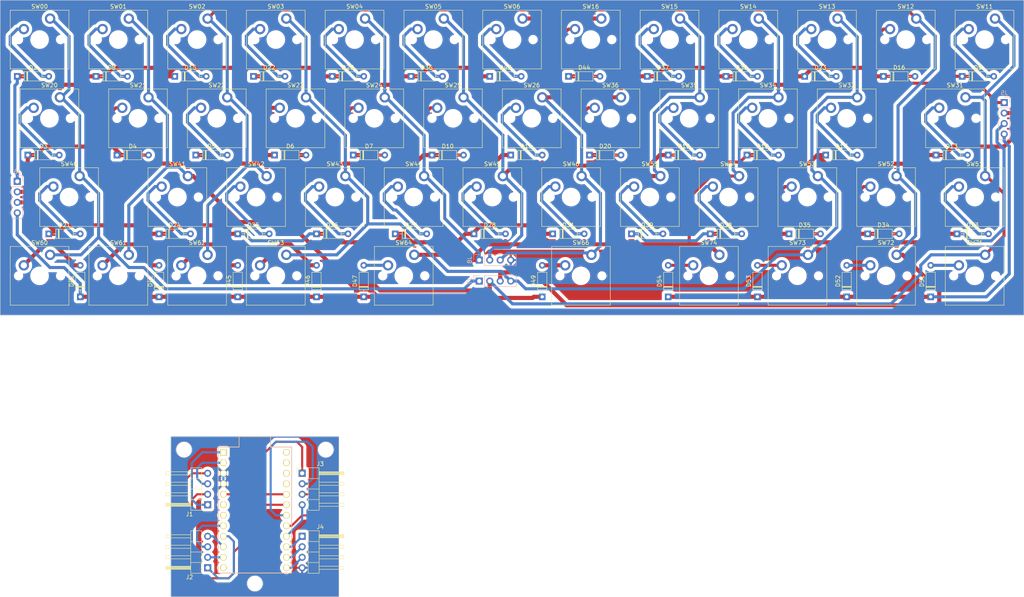
<source format=kicad_pcb>
(kicad_pcb (version 20221018) (generator pcbnew)
  (layers (0 "F.Cu" signal) (31 "B.Cu" signal) (34 "B.Paste" user) (35 "F.Paste" user) (36 "B.SilkS" user "B.Silkscreen") (37 "F.SilkS" user "F.Silkscreen") (38 "B.Mask" user) (39 "F.Mask" user) (44 "Edge.Cuts" user))
  (net 0 "")
  (net 1 "Net-(D1-A)")
  (net 2 "GND")
  (net 3 "Net-(D3-A)")
  (net 4 "Net-(D4-A)")
  (net 5 "Net-(D5-A)")
  (net 6 "Net-(D6-A)")
  (net 7 "Net-(D7-A)")
  (net 8 "Net-(D8-A)")
  (net 9 "Net-(D9-A)")
  (net 10 "Net-(D10-A)")
  (net 11 "Net-(D11-A)")
  (net 12 "Net-(D13-A)")
  (net 13 "Net-(D15-A)")
  (net 14 "Net-(D16-A)")
  (net 15 "Net-(D17-A)")
  (net 16 "Net-(D18-A)")
  (net 17 "Net-(D19-A)")
  (net 18 "Net-(D20-A)")
  (net 19 "Net-(D21-A)")
  (net 20 "Net-(D22-A)")
  (net 21 "Net-(D23-A)")
  (net 22 "Net-(D24-A)")
  (net 23 "Net-(D25-A)")
  (net 24 "Net-(D26-A)")
  (net 25 "Net-(D27-A)")
  (net 26 "Net-(D28-A)")
  (net 27 "Net-(D29-A)")
  (net 28 "Net-(D30-A)")
  (net 29 "Net-(D31-A)")
  (net 30 "Net-(D33-A)")
  (net 31 "Net-(D34-A)")
  (net 32 "Net-(D35-A)")
  (net 33 "Net-(D36-A)")
  (net 34 "Net-(D37-A)")
  (net 35 "Net-(D38-A)")
  (net 36 "Net-(D39-A)")
  (net 37 "Net-(D41-A)")
  (net 38 "Net-(D42-A)")
  (net 39 "Net-(D43-A)")
  (net 40 "Net-(D44-A)")
  (net 41 "Net-(D45-A)")
  (net 42 "Net-(D46-A)")
  (net 43 "Net-(D47-A)")
  (net 44 "Net-(D49-A)")
  (net 45 "Net-(D51-A)")
  (net 46 "Net-(D52-A)")
  (net 47 "Net-(D53-A)")
  (net 48 "Net-(D54-A)")
  (net 49 "kR0")
  (net 50 "kR2")
  (net 51 "kR1")
  (net 52 "kR3")
  (net 53 "kR4")
  (net 54 "kR5")
  (net 55 "kR6")
  (net 56 "kR7")
  (net 57 "kC0")
  (net 58 "kC1")
  (net 59 "kC2")
  (net 60 "kC3")
  (net 61 "kC4")
  (net 62 "kC5")
  (net 63 "kC6")
  (net 64 "R0")
  (net 65 "R1")
  (net 66 "R2")
  (net 67 "R3")
  (net 68 "R4")
  (net 69 "R5")
  (net 70 "R6")
  (net 71 "R7")
  (net 72 "C0")
  (net 73 "C1")
  (net 74 "C2")
  (net 75 "C3")
  (net 76 "C4")
  (net 77 "C5")
  (net 78 "C6")
  (net 82 "VCC")
  (net 86 "GND1")
  (footprint "Diode_THT:D_DO-35_SOD27_P7.62mm_Horizontal" (layer "F.Cu") (at 160.3135 39.858)
    (fp_text reference "D44")
    (fp_text value "1N4148" hide)
  )
  (footprint "MyLibrary:SW_Cherry_MX_PCB" (layer "F.Cu") (at 184.761 30.968)
    (fp_text reference "SW15")
    (fp_text value "SW_SPST" hide)
  )
  (footprint "Diode_THT:D_DO-35_SOD27_P7.62mm_Horizontal" (layer "F.Cu") (at 165.3935 58.908)
    (fp_text reference "D20")
    (fp_text value "1N4148" hide)
  )
  (footprint "MyLibrary:SW_Cherry_MX_PCB" (layer "F.Cu") (at 89.511 88.118)
    (fp_text reference "SW63")
    (fp_text value "SW_SPST" hide)
  )
  (footprint "MyLibrary:SW_Cherry_MX_PCB" (layer "F.Cu") (at 132.3735 50.018)
    (fp_text reference "SW25")
    (fp_text value "SW_SPST" hide)
  )
  (footprint "Diode_THT:D_DO-35_SOD27_P7.62mm_Horizontal" (layer "F.Cu") (at 179.3635 39.858)
    (fp_text reference "D37")
    (fp_text value "1N4148" hide)
  )
  (footprint "Diode_THT:D_DO-35_SOD27_P7.62mm_Horizontal" (layer "F.Cu") (at 217.4635 39.858)
    (fp_text reference "D23")
    (fp_text value "1N4148" hide)
  )
  (footprint "Connector_PinHeader_2.54mm:PinHeader_1x04_P2.54mm_Horizontal" (layer "F.Cu") (at 95.885 151.13)
    (fp_text reference "J4")
    (fp_text value "Conn_01x04_Socket" hide)
  )
  (footprint "MyLibrary:SW_Cherry_MX_PCB" (layer "F.Cu") (at 237.147 69.068)
    (fp_text reference "SW52")
    (fp_text value "SW_SPST" hide)
  )
  (footprint "MyLibrary:SW_Cherry_MX_PCB" (layer "F.Cu") (at 32.361 30.968)
    (fp_text reference "SW00")
    (fp_text value "SW_SPST" hide)
  )
  (footprint "MyLibrary:SW_Cherry_MX_PCB" (layer "F.Cu") (at 32.361 88.118)
    (fp_text reference "SW60")
    (fp_text value "SW_SPST" hide)
  )
  (footprint "MyLibrary:SW_Cherry_MX_PCB" (layer "F.Cu") (at 70.461 88.118)
    (fp_text reference "SW62")
    (fp_text value "SW_SPST" hide)
  )
  (footprint "Diode_THT:D_DO-35_SOD27_P7.62mm_Horizontal" (layer "F.Cu") (at 227.6235 93.198 90)
    (fp_text reference "D52")
    (fp_text value "1N4148" hide)
  )
  (footprint "MyLibrary:SW_Cherry_MX_PCB" (layer "F.Cu") (at 218.0985 69.068)
    (fp_text reference "SW53")
    (fp_text value "SW_SPST" hide)
  )
  (footprint "MyLibrary:SW_Cherry_MX_PCB" (layer "F.Cu") (at 203.811 30.968)
    (fp_text reference "SW14")
    (fp_text value "SW_SPST" hide)
  )
  (footprint "MyLibrary:SW_Cherry_MX_PCB" (layer "F.Cu") (at 241.911 30.968)
    (fp_text reference "SW12")
    (fp_text value "SW_SPST" hide)
  )
  (footprint "Diode_THT:D_DO-35_SOD27_P7.62mm_Horizontal" (layer "F.Cu") (at 61.2535 93.198 90)
    (fp_text reference "D42")
    (fp_text value "1N4148" hide)
  )
  (footprint "MyLibrary:SW_Cherry_MX_PCB" (layer "F.Cu") (at 122.8485 69.068)
    (fp_text reference "SW44")
    (fp_text value "SW_SPST" hide)
  )
  (footprint "Diode_THT:D_DO-35_SOD27_P7.62mm_Horizontal" (layer "F.Cu") (at 184.4435 58.908)
    (fp_text reference "D19")
    (fp_text value "1N4148" hide)
  )
  (footprint "MyLibrary:SW_Cherry_MX_PCB" (layer "F.Cu") (at 189.5235 50.018)
    (fp_text reference "SW35")
    (fp_text value "SW_SPST" hide)
  )
  (footprint "Diode_THT:D_DO-35_SOD27_P7.62mm_Horizontal" (layer "F.Cu") (at 108.2435 58.908)
    (fp_text reference "D7")
    (fp_text value "1N4148" hide)
  )
  (footprint "Diode_THT:D_DO-35_SOD27_P7.62mm_Horizontal" (layer "F.Cu") (at 89.1935 58.908)
    (fp_text reference "D6")
    (fp_text value "1N4148" hide)
  )
  (footprint "Diode_THT:D_DO-35_SOD27_P7.62mm_Horizontal" (layer "F.Cu") (at 34.5835 77.958)
    (fp_text reference "D21")
    (fp_text value "1N4148" hide)
  )
  (footprint "MyLibrary:SW_Cherry_MX_PCB" (layer "F.Cu") (at 75.2235 50.018)
    (fp_text reference "SW22")
    (fp_text value "SW_SPST" hide)
  )
  (footprint "Diode_THT:D_DO-35_SOD27_P7.62mm_Horizontal" (layer "F.Cu") (at 247.9435 93.198 90)
    (fp_text reference "D51")
    (fp_text value "1N4148" hide)
  )
  (footprint "MyLibrary:SW_Cherry_MX_PCB" (layer "F.Cu") (at 51.411 88.118)
    (fp_text reference "SW61")
    (fp_text value "SW_SPST" hide)
  )
  (footprint "Diode_THT:D_DO-35_SOD27_P7.62mm_Horizontal" (layer "F.Cu") (at 46.0135 39.858)
    (fp_text reference "D8")
    (fp_text value "1N4148" hide)
  )
  (footprint "Diode_THT:D_DO-35_SOD27_P7.62mm_Horizontal" (layer "F.Cu") (at 249.2135 58.908)
    (fp_text reference "D13")
    (fp_text value "1N4148" hide)
  )
  (footprint "MyLibrary:SW_Cherry_MX_PCB" (layer "F.Cu") (at 208.5735 50.018)
    (fp_text reference "SW34")
    (fp_text value "SW_SPST" hide)
  )
  (footprint "MyLibrary:SW_Cherry_MX_PCB" (layer "F.Cu") (at 215.717 88.118)
    (fp_text reference "SW73")
    (fp_text value "SW_SPST" hide)
  )
  (footprint "Diode_THT:D_DO-35_SOD27_P7.62mm_Horizontal" (layer "F.Cu") (at 222.5435 58.908)
    (fp_text reference "D17")
    (fp_text value "1N4148" hide)
  )
  (footprint "Diode_THT:D_DO-35_SOD27_P7.62mm_Horizontal" (layer "F.Cu") (at 203.4935 58.908)
    (fp_text reference "D18")
    (fp_text value "1N4148" hide)
  )
  (footprint "Diode_THT:D_DO-35_SOD27_P7.62mm_Horizontal" (layer "F.Cu") (at 198.4135 39.858)
    (fp_text reference "D30")
    (fp_text value "1N4148" hide)
  )
  (footprint "Diode_THT:D_DO-35_SOD27_P7.62mm_Horizontal" (layer "F.Cu") (at 99.3535 93.198 90)
    (fp_text reference "D46")
    (fp_text value "1N4148" hide)
  )
  (footprint "MyLibrary:SW_Cherry_MX_PCB" (layer "F.Cu") (at 165.711 30.968)
    (fp_text reference "SW16")
    (fp_text value "SW_SPST" hide)
  )
  (footprint "Diode_THT:D_DO-35_SOD27_P7.62mm_Horizontal" (layer "F.Cu") (at 29.5035 58.908)
    (fp_text reference "D3")
    (fp_text value "1N4148" hide)
  )
  (footprint "Diode_THT:D_DO-35_SOD27_P7.62mm_Horizontal" (layer "F.Cu") (at 141.2635 39.858)
    (fp_text reference "D43")
    (fp_text value "1N4148" hide)
  )
  (footprint "MyLibrary:SW_Cherry_MX_PCB" (layer "F.Cu") (at 253.817 50.018)
    (fp_text reference "SW31")
    (fp_text value "SW_SPST" hide)
  )
  (footprint "MyLibrary:SW_Cherry_MX_PCB" (layer "F.Cu") (at 127.611 30.968)
    (fp_text reference "SW05")
    (fp_text value "SW_SPST" hide)
  )
  (footprint "Diode_THT:D_DO-35_SOD27_P7.62mm_Horizontal" (layer "F.Cu") (at 127.2935 58.908)
    (fp_text reference "D10")
    (fp_text value "1N4148" hide)
  )
  (footprint "Diode_THT:D_DO-35_SOD27_P7.62mm_Horizontal" (layer "F.Cu") (at 156.5035 77.958)
    (fp_text reference "D31")
    (fp_text value "1N4148" hide)
  )
  (footprint "MyLibrary:SW_Cherry_MX_PCB" (layer "F.Cu") (at 160.947 69.068)
    (fp_text reference "SW46")
    (fp_text value "SW_SPST" hide)
  )
  (footprint "MyLibrary:SW_Cherry_MX_PCB" (layer "F.Cu") (at 258.5798 69.068)
    (fp_text reference "SW51")
    (fp_text value "SW_SPST" hide)
  )
  (footprint "Diode_THT:D_DO-35_SOD27_P7.62mm_Horizontal" (layer "F.Cu") (at 110.7835 93.198 90)
    (fp_text reference "D47")
    (fp_text value "1N4148" hide)
  )
  (footprint "Diode_THT:D_DO-35_SOD27_P7.62mm_Horizontal" (layer "F.Cu") (at 84.1135 39.858)
    (fp_text reference "D22")
    (fp_text value "1N4148" hide)
  )
  (footprint "Diode_THT:D_DO-35_SOD27_P7.62mm_Horizontal" (layer "F.Cu") (at 122.2135 39.858)
    (fp_text reference "D36")
    (fp_text value "1N4148" hide)
  )
  (footprint "MyLibrary:ProMicro" (layer "F.Cu") (at 84.455 144.78 -90)
    (fp_text reference "U1" hide)
    (fp_text value "ProMicro" hide)
  )
  (footprint "Diode_THT:D_DO-35_SOD27_P7.62mm_Horizontal" (layer "F.Cu") (at 118.4035 77.958)
    (fp_text reference "D27")
    (fp_text value "1N4148" hide)
  )
  (footprint "MyLibrary:SW_Cherry_MX_PCB" (layer "F.Cu") (at 222.861 30.968)
    (fp_text reference "SW13")
    (fp_text value "SW_SPST" hide)
  )
  (footprint "Diode_THT:D_DO-35_SOD27_P7.62mm_Horizontal" (layer "F.Cu") (at 184.4435 93.198 90)
    (fp_text reference "D54")
    (fp_text value "1N4148" hide)
  )
  (footprint "Diode_THT:D_DO-35_SOD27_P7.62mm_Horizontal" (layer "F.Cu") (at 146.3435 58.908)
    (fp_text reference "D11")
    (fp_text value "1N4148" hide)
  )
  (footprint "MyLibrary:SW_Cherry_MX_PCB" (layer "F.Cu") (at 56.1735 50.018)
    (fp_text reference "SW21")
    (fp_text value "SW_SPST" hide)
  )
  (footprint "Diode_THT:D_DO-35_SOD27_P7.62mm_Horizontal" (layer "F.Cu") (at 255.5635 39.858)
    (fp_text reference "D9")
    (fp_text value "1N4148" hide)
  )
  (footprint "MyLibrary:SW_Cherry_MX_PCB" (layer "F.Cu") (at 163.328 88.118)
    (fp_text reference "SW66")
    (fp_text value "SW_SPST" hide)
  )
  (footprint "Connector_PinHeader_2.54mm:PinHeader_1x04_P2.54mm_Horizontal" (layer "F.Cu") (at 95.885 135.89)
    (fp_text reference "J3")
    (fp_text value "Conn_01x04_Socket" hide)
  )
  (footprint "Diode_THT:D_DO-35_SOD27_P7.62mm_Horizontal" (layer "F.Cu") (at 51.0935 58.908)
    (fp_text reference "D4")
    (fp_text value "1N4148" hide)
  )
  (footprint "Diode_THT:D_DO-35_SOD27_P7.62mm_Horizontal" (layer "F.Cu") (at 175.5535 77.958)
    (fp_text reference "D39")
    (fp_text value "1N4148" hide)
  )
  (footprint "Diode_THT:D_DO-35_SOD27_P7.62mm_Horizontal" (layer "F.Cu") (at 194.6035 77.958)
    (fp_text reference "D38")
    (fp_text value "1N4148" hide)
  )
  (footprint "MyLibrary:SW_Cherry_MX_PCB" (layer "F.Cu") (at 94.2735 50.018)
    (fp_text reference "SW23")
    (fp_text value "SW_SPST" hide)
  )
  (footprint "Diode_THT:D_DO-35_SOD27_P7.62mm_Horizontal" (layer "F.Cu") (at 26.9635 39.858)
    (fp_text reference "D1")
    (fp_text value "1N4148" hide)
  )
  (footprint "MyLibrary:SW_Cherry_MX_PCB" (layer "F.Cu") (at 51.411 30.968)
    (fp_text reference "SW01")
    (fp_text value "SW_SPST" hide)
  )
  (footprint "MyLibrary:SW_Cherry_MX_PCB" (layer "F.Cu") (at 120.467 88.118)
    (fp_text reference "SW64")
    (fp_text value "SW_SPST" hide)
  )
  (footprint "Diode_THT:D_DO-35_SOD27_P7.62mm_Horizontal" (layer "F.Cu") (at 61.2535 77.958)
    (fp_text reference "D24")
    (fp_text value "1N4148" hide)
  )
  (footprint "Connector_PinHeader_2.54mm:PinHeader_1x04_P2.54mm_Horizontal" (layer "F.Cu") (at 73.025 143.51 180)
    (fp_text reference "J1")
    (fp_text value "Conn_01x04_Socket" hide)
  )
  (footprint "MyLibrary:SW_Cherry_MX_PCB" (layer "F.Cu") (at 89.511 30.968)
    (fp_text reference "SW03")
    (fp_text value "SW_SPST" hide)
  )
  (footprint "Diode_THT:D_DO-35_SOD27_P7.62mm_Horizontal" (layer "F.Cu") (at 80.3035 77.958)
    (fp_text reference "D25")
    (fp_text value "1N4148" hide)
  )
  (footprint "Diode_THT:D_DO-35_SOD27_P7.62mm_Horizontal" (layer "F.Cu") (at 254.2935 77.958)
    (fp_text reference "D33")
    (fp_text value "1N4148" hide)
  )
  (footprint "Diode_THT:D_DO-35_SOD27_P7.62mm_Horizontal" (layer "F.Cu") (at 70.1435 58.908)
    (fp_text reference "D5")
    (fp_text value "1N4148" hide)
  )
  (footprint "MyLibrary:SW_Cherry_MX_PCB" (layer "F.Cu") (at 113.3235 50.018)
    (fp_text reference "SW24")
    (fp_text value "SW_SPST" hide)
  )
  (footprint "Connector_PinHeader_2.54mm:PinHeader_1x04_P2.54mm_Horizontal" (layer "F.Cu") (at 73.025 158.75 180)
    (fp_text reference "J2")
    (fp_text value "Conn_01x04_Socket" hide)
  )
  (footprint "MyLibrary:SW_Cherry_MX_PCB" (layer "F.Cu") (at 258.5798 88.118)
    (fp_text reference "SW71")
    (fp_text value "SW_SPST" hide)
  )
  (footprint "MyLibrary:SW_Cherry_MX_PCB" (layer "F.Cu") (at 170.4735 50.018)
    (fp_text reference "SW36")
    (fp_text value "SW_SPST" hide)
  )
  (footprint "Diode_THT:D_DO-35_SOD27_P7.62mm_Horizontal" (layer "F.Cu") (at 103.1635 39.858)
    (fp_text reference "D29")
    (fp_text value "1N4148" hide)
  )
  (footprint "Diode_THT:D_DO-35_SOD27_P7.62mm_Horizontal" (layer "F.Cu") (at 80.3035 93.198 90)
    (fp_text reference "D45")
    (fp_text value "1N4148" hide)
  )
  (footprint "MyLibrary:SW_Cherry_MX_PCB" (layer "F.Cu") (at 84.747 69.068)
    (fp_text reference "SW42")
    (fp_text value "SW_SPST" hide)
  )
  (footprint "Diode_THT:D_DO-35_SOD27_P7.62mm_Horizontal" (layer "F.Cu") (at 232.7035 77.958)
    (fp_text reference "D34")
    (fp_text value "1N4148" hide)
  )
  (footprint "MyLibrary:SW_Cherry_MX_PCB" (layer "F.Cu") (at 65.697 69.068)
    (fp_text reference "SW41")
    (fp_text value "SW_SPST" hide)
  )
  (footprint "Diode_THT:D_DO-35_SOD27_P7.62mm_Horizontal" (layer "F.Cu") (at 65.0635 39.858)
    (fp_text reference "D15")
    (fp_text value "1N4148" hide)
  )
  (footprint "MyLibrary:SW_Cherry_MX_PCB" (layer "F.Cu") (at 179.997 69.068)
    (fp_text reference "SW55")
    (fp_text value "SW_SPST" hide)
  )
  (footprint "MyLibrary:SW_Cherry_MX_PCB" (layer "F.Cu") (at 108.561 30.968)
    (fp_text reference "SW04")
    (fp_text value "SW_SPST" hide)
  )
  (footprint "MyLibrary:SW_Cherry_MX_PCB" (layer "F.Cu") (at 70.461 30.968)
    (fp_text reference "SW02")
    (fp_text value "SW_SPST" hide)
  )
  (footprint "MyLibrary:SW_Cherry_MX_PCB" (layer "F.Cu") (at 39.5048 69.068)
    (fp_text reference "SW40")
    (fp_text value "SW_SPST" hide)
  )
  (footprint "Diode_THT:D_DO-35_SOD27_P7.62mm_Horizontal" (layer "F.Cu") (at 206.0335 93.198 90)
    (fp_text reference "D53")
    (fp_text value "1N4148" hide)
  )
  (footprint "Diode_THT:D_DO-35_SOD27_P7.62mm_Horizontal" (layer "F.Cu") (at 137.4535 77.958)
    (fp_text reference "D28")
    (fp_text value "1N4148" hide)
  )
  (footprint "Diode_THT:D_DO-35_SOD27_P7.62mm_Horizontal" (layer "F.Cu") (at 42.2035 93.198 90)
    (fp_text reference "D41")
    (fp_text value "1N4148" hide)
  )
  (footprint "MyLibrary:SW_Cherry_MX_PCB" (layer "F.Cu") (at 260.961 30.968)
    (fp_text reference "SW11")
    (fp_text value "SW_SPST" hide)
  )
  (footprint "MyLibrary:SW_Cherry_MX_PCB" (layer "F.Cu") (at 103.7985 69.068)
    (fp_text reference "SW43")
    (fp_text value "SW_SPST" hide)
  )
  (footprint "MyLibrary:SW_Cherry_MX_PCB" (layer "F.Cu") (at 237.148 88.118)
    (fp_text reference "SW72")
    (fp_text value "SW_SPST" hide)
  )
  (footprint "Diode_THT:D_DO-35_SOD27_P7.62mm_Horizontal" (layer "F.Cu") (at 236.5135 39.858)
    (fp_text reference "D16")
    (fp_text value "1N4148" hide)
  )
  (footprint "MyLibrary:SW_Cherry_MX_PCB" (layer "F.Cu") (at 199.047 69.068)
    (fp_text reference "SW54")
    (fp_text value "SW_SPST" hide)
  )
  (footprint "MyLibrary:SW_Cherry_MX_PCB" (layer "F.Cu") (at 227.6235 50.018)
    (fp_text reference "SW33")
    (fp_text value "SW_SPST" hide)
  )
  (footprint "Diode_THT:D_DO-35_SOD27_P7.62mm_Horizontal" (layer "F.Cu") (at 99.3535 77.958)
    (fp_text reference "D26")
    (fp_text value "1N4148" hide)
  )
  (footprint "MyLibrary:SW_Cherry_MX_PCB" (layer "F.Cu") (at 34.7423 50.018)
    (fp_text reference "SW20")
    (fp_text value "SW_SPST" hide)
  )
  (footprint "MyLibrary:SW_Cherry_MX_PCB" (layer "F.Cu") (at 141.8985 69.068)
    (fp_text reference "SW45")
    (fp_text value "SW_SPST" hide)
  )
  (footprint "MyLibrary:SW_Cherry_MX_PCB" (layer "F.Cu") (at 151.4235 50.018)
    (fp_text reference "SW26")
    (fp_text value "SW_SPST" hide)
  )
  (footprint "Diode_THT:D_DO-35_SOD27_P7.62mm_Horizontal" (layer "F.Cu") (at 153.9635 93.198 90)
    (fp_text reference "D49")
    (fp_text value "1N4148" hide)
  )
  (footprint "MyLibrary:SW_Cherry_MX_PCB" (layer "F.Cu") (at 194.286 88.118)
    (fp_text reference "SW74")
    (fp_text value "SW_SPST" hide)
  )
  (footprint "Diode_THT:D_DO-35_SOD27_P7.62mm_Horizontal" (layer "F.Cu") (at 213.6535 77.958)
    (fp_text reference "D35")
    (fp_text value "1N4148" hide)
  )
  (footprint "MyLibrary:SW_Cherry_MX_PCB" (layer "F.Cu") (at 146.661 30.968)
    (fp_text reference "SW06")
    (fp_text value "SW_SPST" hide)
  )
  (footprint "Connector_PinHeader_2.54mm:PinHeader_1x04_P2.54mm_Vertical" (layer "B.Cu") (at 26.9635 65.268 180)
    (fp_text reference "J6")
    (fp_text value "Conn_01x04_Socket" hide)
  )
  (footprint "Connector_PinHeader_2.54mm:PinHeader_1x04_P2.54mm_Vertical" (layer "B.Cu") (at 265.7235 46.208 180)
    (fp_text reference "J5")
    (fp_text value "Conn_01x04_Socket" hide)
  )
  (footprint "Connector_PinHeader_2.54mm:PinHeader_1x04_P2.54mm_Vertical" (layer "B.Cu") (at 138.7235 84.308 -90)
    (fp_text reference "J8")
    (fp_text value "Conn_01x04_Socket" hide)
  )
  (footprint "Connector_PinHeader_2.54mm:PinHeader_1x04_P2.54mm_Vertical" (layer "B.Cu") (at 138.7235 89.388 -90)
    (fp_text reference "J7")
    (fp_text value "Conn_01x04_Socket" hide)
  )
  (gr_circle (center 101.6 130.175) (end 99.695 130.175) (stroke (width 0.1)) (fill none) (layer "Edge.Cuts"))
  (gr_circle (center 67.31 130.175) (end 69.215 130.175) (stroke (width 0.1)) (fill none) (layer "Edge.Cuts"))
  (gr_rect (start 64.135 127) (end 104.775 165.735) (stroke (width 0.1)) (fill none) (layer "Edge.Cuts"))
  (gr_circle (center 84.455 162.56) (end 86.36 162.56) (stroke (width 0.1)) (fill none) (layer "Edge.Cuts"))
  (gr_rect (start 22.836 21.443) (end 270.486 97.643) (stroke (width 0.1)) (fill none) (layer "Edge.Cuts"))
  (segment (start 34.5835 39.858) (end 32.9068 39.858) (width 0.75) (layer "B.Cu") (net 1))
  (segment (start 26.9864 28.428) (end 28.551 28.428) (width 0.75) (layer "B.Cu") (net 1))
  (segment (start 25.2702 30.1442) (end 26.9864 28.428) (width 0.75) (layer "B.Cu") (net 1))
  (segment (start 25.2702 32.2214) (end 25.2702 30.1442) (width 0.75) (layer "B.Cu") (net 1))
  (segment (start 32.9068 39.858) (end 25.2702 32.2214) (width 0.75) (layer "B.Cu") (net 1))
  (segment (start 76.835 135.89) (end 76.835 138.43) (width 0.508) (layer "B.Cu") (net 2))
  (segment (start 27.649 51.1102) (end 35.4468 58.908) (width 0.75) (layer "B.Cu") (net 3))
  (segment (start 30.9323 47.478) (end 29.321 47.478) (width 0.75) (layer "B.Cu") (net 3))
  (segment (start 27.649 49.15) (end 27.649 51.1102) (width 0.75) (layer "B.Cu") (net 3))
  (segment (start 37.1235 58.908) (end 35.4468 58.908) (width 0.75) (layer "B.Cu") (net 3))
  (segment (start 29.321 47.478) (end 27.649 49.15) (width 0.75) (layer "B.Cu") (net 3))
  (segment (start 49.044 49.232) (end 49.044 50.9152) (width 0.75) (layer "F.Cu") (net 4))
  (segment (start 50.798 47.478) (end 49.044 49.232) (width 0.75) (layer "F.Cu") (net 4))
  (segment (start 49.044 50.9152) (end 57.0368 58.908) (width 0.75) (layer "F.Cu") (net 4))
  (segment (start 52.3635 47.478) (end 50.798 47.478) (width 0.75) (layer "F.Cu") (net 4))
  (segment (start 58.7135 58.908) (end 57.0368 58.908) (width 0.75) (layer "F.Cu") (net 4))
  (segment (start 68.141 50.9622) (end 76.0868 58.908) (width 0.75) (layer "B.Cu") (net 5))
  (segment (start 69.8258 47.478) (end 68.141 49.1628) (width 0.75) (layer "B.Cu") (net 5))
  (segment (start 71.4135 47.478) (end 69.8258 47.478) (width 0.75) (layer "B.Cu") (net 5))
  (segment (start 68.141 49.1628) (end 68.141 50.9622) (width 0.75) (layer "B.Cu") (net 5))
  (segment (start 77.7635 58.908) (end 76.0868 58.908) (width 0.75) (layer "B.Cu") (net 5))
  (segment (start 94.648 58.908) (end 96.813 58.908) (width 1) (layer "F.Cu") (net 6))
  (segment (start 90.463 47.478) (end 88.304 47.478) (width 1) (layer "F.Cu") (net 6))
  (segment (start 86.785 51.045) (end 94.648 58.908) (width 1) (layer "F.Cu") (net 6))
  (segment (start 96.813 58.908) (end 96.8135 58.908) (width 0.75) (layer "F.Cu") (net 6))
  (segment (start 86.785 48.997) (end 86.785 51.045) (width 1) (layer "F.Cu") (net 6))
  (segment (start 90.463 47.478) (end 90.4635 47.478) (width 0.75) (layer "F.Cu") (net 6))
  (segment (start 88.304 47.478) (end 86.785 48.997) (width 1) (layer "F.Cu") (net 6))
  (segment (start 115.8635 58.908) (end 114.1868 58.908) (width 0.75) (layer "F.Cu") (net 7))
  (segment (start 106.1989 50.9201) (end 114.1868 58.908) (width 0.75) (layer "F.Cu") (net 7))
  (segment (start 107.9165 47.478) (end 106.1989 49.1956) (width 0.75) (layer "F.Cu") (net 7))
  (segment (start 109.5135 47.478) (end 107.9165 47.478) (width 0.75) (layer "F.Cu") (net 7))
  (segment (start 106.1989 49.1956) (end 106.1989 50.9201) (width 0.75) (layer "F.Cu") (net 7))
  (segment (start 44.3209 30.0789) (end 45.9718 28.428) (width 0.75) (layer "B.Cu") (net 8))
  (segment (start 44.3209 32.2221) (end 44.3209 30.0789) (width 0.75) (layer "B.Cu") (net 8))
  (segment (start 45.9718 28.428) (end 47.601 28.428) (width 0.75) (layer "B.Cu") (net 8))
  (segment (start 51.9568 39.858) (end 44.3209 32.2221) (width 0.75) (layer "B.Cu") (net 8))
  (segment (start 53.6335 39.858) (end 51.9568 39.858) (width 0.75) (layer "B.Cu") (net 8))
  (segment (start 257.151 28.428) (end 255.5517 28.428) (width 0.75) (layer "B.Cu") (net 9))
  (segment (start 255.5517 28.428) (end 253.8647 30.115) (width 0.75) (layer "B.Cu") (net 9))
  (segment (start 253.8647 32.2159) (end 261.5068 39.858) (width 0.75) (layer "B.Cu") (net 9))
  (segment (start 253.8647 30.115) (end 253.8647 32.2159) (width 0.75) (layer "B.Cu") (net 9))
  (segment (start 263.1835 39.858) (end 261.5068 39.858) (width 0.75) (layer "B.Cu") (net 9))
  (segment (start 134.9135 58.908) (end 133.2368 58.908) (width 0.75) (layer "F.Cu") (net 10))
  (segment (start 128.5635 47.478) (end 126.9666 47.478) (width 0.75) (layer "F.Cu") (net 10))
  (segment (start 125.2438 50.915) (end 133.2368 58.908) (width 0.75) (layer "F.Cu") (net 10))
  (segment (start 125.2438 49.2008) (end 125.2438 50.915) (width 0.75) (layer "F.Cu") (net 10))
  (segment (start 126.9666 47.478) (end 125.2438 49.2008) (width 0.75) (layer "F.Cu") (net 10))
  (segment (start 144.311 49.1969) (end 144.311 50.9322) (width 0.75) (layer "B.Cu") (net 11))
  (segment (start 144.311 50.9322) (end 152.2868 58.908) (width 0.75) (layer "B.Cu") (net 11))
  (segment (start 146.0299 47.478) (end 144.311 49.1969) (width 0.75) (layer "B.Cu") (net 11))
  (segment (start 153.9635 58.908) (end 152.2868 58.908) (width 0.75) (layer "B.Cu") (net 11))
  (segment (start 147.6135 47.478) (end 146.0299 47.478) (width 0.75) (layer "B.Cu") (net 11))
  (segment (start 248.3873 47.478) (end 250.007 47.478) (width 0.75) (layer "B.Cu") (net 12))
  (segment (start 246.7304 50.8449) (end 246.7304 49.1349) (width 0.75) (layer "B.Cu") (net 12))
  (segment (start 254.7935 58.908) (end 246.7304 50.8449) (width 0.75) (layer "B.Cu") (net 12))
  (segment (start 256.8335 58.908) (end 254.7935 58.908) (width 0.75) (layer "B.Cu") (net 12))
  (segment (start 246.7304 49.1349) (end 248.3873 47.478) (width 0.75) (layer "B.Cu") (net 12))
  (segment (start 65.0674 28.428) (end 63.3485 30.1469) (width 0.75) (layer "B.Cu") (net 13))
  (segment (start 72.6835 39.858) (end 71.0068 39.858) (width 0.75) (layer "B.Cu") (net 13))
  (segment (start 63.3485 32.1997) (end 71.0068 39.858) (width 0.75) (layer "B.Cu") (net 13))
  (segment (start 66.651 28.428) (end 65.0674 28.428) (width 0.75) (layer "B.Cu") (net 13))
  (segment (start 63.3485 30.1469) (end 63.3485 32.1997) (width 0.75) (layer "B.Cu") (net 13))
  (segment (start 234.7773 32.1785) (end 242.4568 39.858) (width 0.75) (layer "F.Cu") (net 14))
  (segment (start 244.1335 39.858) (end 242.4568 39.858) (width 0.75) (layer "F.Cu") (net 14))
  (segment (start 236.5288 28.428) (end 234.7773 30.1795) (width 0.75) (layer "F.Cu") (net 14))
  (segment (start 238.101 28.428) (end 236.5288 28.428) (width 0.75) (layer "F.Cu") (net 14))
  (segment (start 234.7773 30.1795) (end 234.7773 32.1785) (width 0.75) (layer "F.Cu") (net 14))
  (segment (start 220.511 49.6057) (end 220.5125 49.6042) (width 0.75) (layer "B.Cu") (net 15))
  (segment (start 220.511 50.9322) (end 220.511 49.6057) (width 0.75) (layer "B.Cu") (net 15))
  (segment (start 230.1635 58.908) (end 228.4868 58.908) (width 0.75) (layer "B.Cu") (net 15))
  (segment (start 220.5125 49.6042) (end 220.5125 49.1954) (width 0.75) (layer "B.Cu") (net 15))
  (segment (start 228.4868 58.908) (end 220.511 50.9322) (width 0.75) (layer "B.Cu") (net 15))
  (segment (start 222.2299 47.478) (end 223.8135 47.478) (width 0.75) (layer "B.Cu") (net 15))
  (segment (start 220.5125 49.1954) (end 222.2299 47.478) (width 0.75) (layer "B.Cu") (net 15))
  (segment (start 203.1799 47.478) (end 204.7635 47.478) (width 0.75) (layer "B.Cu") (net 16))
  (segment (start 201.461 50.9322) (end 201.461 49.6057) (width 0.75) (layer "B.Cu") (net 16))
  (segment (start 209.4368 58.908) (end 201.461 50.9322) (width 0.75) (layer "B.Cu") (net 16))
  (segment (start 211.1135 58.908) (end 209.4368 58.908) (width 0.75) (layer "B.Cu") (net 16))
  (segment (start 201.461 49.6057) (end 201.4625 49.6042) (width 0.75) (layer "B.Cu") (net 16))
  (segment (start 201.4625 49.1954) (end 203.1799 47.478) (width 0.75) (layer "B.Cu") (net 16))
  (segment (start 201.4625 49.6042) (end 201.4625 49.1954) (width 0.75) (layer "B.Cu") (net 16))
  (segment (start 192.0635 58.908) (end 190.3868 58.908) (width 0.75) (layer "B.Cu") (net 17))
  (segment (start 182.4166 49.1988) (end 184.1374 47.478) (width 0.75) (layer "B.Cu") (net 17))
  (segment (start 182.4166 50.9378) (end 182.4166 49.1988) (width 0.75) (layer "B.Cu") (net 17))
  (segment (start 190.3868 58.908) (end 182.4166 50.9378) (width 0.75) (layer "B.Cu") (net 17))
  (segment (start 184.1374 47.478) (end 185.7135 47.478) (width 0.75) (layer "B.Cu") (net 17))
  (segment (start 165.0981 47.478) (end 163.3523 49.2238) (width 0.75) (layer "F.Cu") (net 18))
  (segment (start 173.0135 58.908) (end 171.3368 58.908) (width 0.75) (layer "F.Cu") (net 18))
  (segment (start 163.3523 50.9235) (end 171.3368 58.908) (width 0.75) (layer "F.Cu") (net 18))
  (segment (start 163.3523 49.2238) (end 163.3523 50.9235) (width 0.75) (layer "F.Cu") (net 18))
  (segment (start 166.6635 47.478) (end 165.0981 47.478) (width 0.75) (layer "F.Cu") (net 18))
  (segment (start 34.1296 66.528) (end 32.3961 68.2615) (width 0.75) (layer "B.Cu") (net 19))
  (segment (start 32.3961 69.9196) (end 40.4345 77.958) (width 0.75) (layer "B.Cu") (net 19))
  (segment (start 40.4345 77.958) (end 42.2035 77.958) (width 0.75) (layer "B.Cu") (net 19))
  (segment (start 32.3961 68.2615) (end 32.3961 69.9196) (width 0.75) (layer "B.Cu") (net 19))
  (segment (start 35.6948 66.528) (end 34.1296 66.528) (width 0.75) (layer "B.Cu") (net 19))
  (segment (start 82.3927 30.1) (end 82.3927 32.1939) (width 0.75) (layer "B.Cu") (net 20))
  (segment (start 85.701 28.428) (end 84.0647 28.428) (width 0.75) (layer "B.Cu") (net 20))
  (segment (start 91.7335 39.858) (end 90.0568 39.858) (width 0.75) (layer "B.Cu") (net 20))
  (segment (start 82.3927 32.1939) (end 90.0568 39.858) (width 0.75) (layer "B.Cu") (net 20))
  (segment (start 84.0647 28.428) (end 82.3927 30.1) (width 0.75) (layer "B.Cu") (net 20))
  (segment (start 215.7485 30.1469) (end 215.7485 32.1997) (width 0.75) (layer "B.Cu") (net 21))
  (segment (start 215.7485 32.1997) (end 223.4068 39.858) (width 0.75) (layer "B.Cu") (net 21))
  (segment (start 219.051 28.428) (end 217.4674 28.428) (width 0.75) (layer "B.Cu") (net 21))
  (segment (start 217.4674 28.428) (end 215.7485 30.1469) (width 0.75) (layer "B.Cu") (net 21))
  (segment (start 225.0835 39.858) (end 223.4068 39.858) (width 0.75) (layer "B.Cu") (net 21))
  (segment (start 66.6671 77.958) (end 68.8735 77.958) (width 0.75) (layer "B.Cu") (net 22))
  (segment (start 58.6024 68.2257) (end 58.6024 69.8933) (width 0.75) (layer "B.Cu") (net 22))
  (segment (start 61.887 66.528) (end 60.3001 66.528) (width 0.75) (layer "B.Cu") (net 22))
  (segment (start 60.3001 66.528) (end 58.6024 68.2257) (width 0.75) (layer "B.Cu") (net 22))
  (segment (start 58.6024 69.8933) (end 66.6671 77.958) (width 0.75) (layer "B.Cu") (net 22))
  (segment (start 77.6407 69.9178) (end 85.6809 77.958) (width 0.75) (layer "B.Cu") (net 23))
  (segment (start 80.937 66.528) (end 79.3716 66.528) (width 0.75) (layer "B.Cu") (net 23))
  (segment (start 85.6809 77.958) (end 87.9235 77.958) (width 0.75) (layer "B.Cu") (net 23))
  (segment (start 79.3716 66.528) (end 77.6407 68.2589) (width 0.75) (layer "B.Cu") (net 23))
  (segment (start 77.6407 68.2589) (end 77.6407 69.9178) (width 0.75) (layer "B.Cu") (net 23))
  (segment (start 96.6904 68.2271) (end 98.3895 66.528) (width 0.75) (layer "B.Cu") (net 24))
  (segment (start 104.7167 77.958) (end 96.6904 69.9317) (width 0.75) (layer "B.Cu") (net 24))
  (segment (start 96.6904 69.9317) (end 96.6904 68.2271) (width 0.75) (layer "B.Cu") (net 24))
  (segment (start 104.7167 77.958) (end 106.9735 77.958) (width 0.75) (layer "B.Cu") (net 24))
  (segment (start 98.3895 66.528) (end 99.9885 66.528) (width 0.75) (layer "B.Cu") (net 24))
  (segment (start 126.0235 77.958) (end 124.3468 77.958) (width 0.75) (layer "B.Cu") (net 25))
  (segment (start 118.582 72.1932) (end 124.3468 77.958) (width 0.75) (layer "B.Cu") (net 25))
  (segment (start 115.7624 68.2204) (end 115.7624 69.944) (width 0.75) (layer "B.Cu") (net 25))
  (segment (start 118.0116 72.1932) (end 118.582 72.1932) (width 0.75) (layer "B.Cu") (net 25))
  (segment (start 119.0385 66.528) (end 117.4548 66.528) (width 0.75) (layer "B.Cu") (net 25))
  (segment (start 115.7624 69.944) (end 118.0116 72.1932) (width 0.75) (layer "B.Cu") (net 25))
  (segment (start 117.4548 66.528) (end 115.7624 68.2204) (width 0.75) (layer "B.Cu") (net 25))
  (segment (start 136.5148 66.528) (end 134.8004 68.2424) (width 0.75) (layer "B.Cu") (net 26))
  (segment (start 142.864 77.958) (end 145.0735 77.958) (width 0.75) (layer "B.Cu") (net 26))
  (segment (start 134.8004 68.2424) (end 134.8004 69.8944) (width 0.75) (layer "B.Cu") (net 26))
  (segment (start 138.0885 66.528) (end 136.5148 66.528) (width 0.75) (layer "B.Cu") (net 26))
  (segment (start 134.8004 69.8944) (end 142.864 77.958) (width 0.75) (layer "B.Cu") (net 26))
  (segment (start 103.1674 28.428) (end 101.4485 30.1469) (width 0.75) (layer "B.Cu") (net 27))
  (segment (start 101.4485 32.1997) (end 109.1068 39.858) (width 0.75) (layer "B.Cu") (net 27))
  (segment (start 101.4485 30.1469) (end 101.4485 32.1997) (width 0.75) (layer "B.Cu") (net 27))
  (segment (start 104.751 28.428) (end 103.1674 28.428) (width 0.75) (layer "B.Cu") (net 27))
  (segment (start 110.7835 39.858) (end 109.1068 39.858) (width 0.75) (layer "B.Cu") (net 27))
  (segment (start 196.6927 32.1939) (end 204.3568 39.858) (width 0.75) (layer "B.Cu") (net 28))
  (segment (start 198.3647 28.428) (end 196.6927 30.1) (width 0.75) (layer "B.Cu") (net 28))
  (segment (start 196.6927 30.1) (end 196.6927 32.1939) (width 0.75) (layer "B.Cu") (net 28))
  (segment (start 206.0335 39.858) (end 204.3568 39.858) (width 0.75) (layer "B.Cu") (net 28))
  (segment (start 200.001 28.428) (end 198.3647 28.428) (width 0.75) (layer "B.Cu") (net 28))
  (segment (start 153.8414 69.9178) (end 161.8816 77.958) (width 0.75) (layer "B.Cu") (net 29))
  (segment (start 161.8816 77.958) (end 164.1235 77.958) (width 0.75) (layer "B.Cu") (net 29))
  (segment (start 157.137 66.528) (end 155.5723 66.528) (width 0.75) (layer "B.Cu") (net 29))
  (segment (start 153.8414 68.2589) (end 153.8414 69.9178) (width 0.75) (layer "B.Cu") (net 29))
  (segment (start 155.5723 66.528) (end 153.8414 68.2589) (width 0.75) (layer "B.Cu") (net 29))
  (segment (start 253.1862 66.528) (end 251.479 68.2352) (width 0.75) (layer "B.Cu") (net 30))
  (segment (start 254.7698 66.528) (end 253.1862 66.528) (width 0.75) (layer "B.Cu") (net 30))
  (segment (start 251.479 68.2352) (end 251.479 69.9604) (width 0.75) (layer "B.Cu") (net 30))
  (segment (start 259.4766 77.958) (end 261.9135 77.958) (width 0.75) (layer "B.Cu") (net 30))
  (segment (start 251.479 69.9604) (end 259.4766 77.958) (width 0.75) (layer "B.Cu") (net 30))
  (segment (start 230.0621 68.2193) (end 230.0621 69.9659) (width 0.75) (layer "F.Cu") (net 31))
  (segment (start 231.7534 66.528) (end 230.0621 68.2193) (width 0.75) (layer "F.Cu") (net 31))
  (segment (start 238.0542 77.958) (end 240.3235 77.958) (width 0.75) (layer "F.Cu") (net 31))
  (segment (start 233.337 66.528) (end 231.7534 66.528) (width 0.75) (layer "F.Cu") (net 31))
  (segment (start 230.0621 69.9659) (end 238.0542 77.958) (width 0.75) (layer "F.Cu") (net 31))
  (segment (start 210.986 68.2469) (end 210.986 69.9201) (width 0.75) (layer "F.Cu") (net 32))
  (segment (start 212.7049 66.528) (end 210.986 68.2469) (width 0.75) (layer "F.Cu") (net 32))
  (segment (start 219.0239 77.958) (end 221.2735 77.958) (width 0.75) (layer "F.Cu") (net 32))
  (segment (start 214.2885 66.528) (end 212.7049 66.528) (width 0.75) (layer "F.Cu") (net 32))
  (segment (start 210.986 69.9201) (end 219.0239 77.958) (width 0.75) (layer "F.Cu") (net 32))
  (segment (start 129.8335 39.858) (end 128.1568 39.858) (width 0.75) (layer "B.Cu") (net 33))
  (segment (start 120.4927 32.1939) (end 128.1568 39.858) (width 0.75) (layer "B.Cu") (net 33))
  (segment (start 123.801 28.428) (end 122.1647 28.428) (width 0.75) (layer "B.Cu") (net 33))
  (segment (start 122.1647 28.428) (end 120.4927 30.1) (width 0.75) (layer "B.Cu") (net 33))
  (segment (start 120.4927 30.1) (end 120.4927 32.1939) (width 0.75) (layer "B.Cu") (net 33))
  (segment (start 179.3674 28.428) (end 177.6485 30.1469) (width 0.75) (layer "B.Cu") (net 34))
  (segment (start 177.6485 30.1469) (end 177.6485 32.1997) (width 0.75) (layer "B.Cu") (net 34))
  (segment (start 180.951 28.428) (end 179.3674 28.428) (width 0.75) (layer "B.Cu") (net 34))
  (segment (start 186.9835 39.858) (end 185.3068 39.858) (width 0.75) (layer "B.Cu") (net 34))
  (segment (start 177.6485 32.1997) (end 185.3068 39.858) (width 0.75) (layer "B.Cu") (net 34))
  (segment (start 191.9407 69.9178) (end 199.9809 77.958) (width 0.75) (layer "B.Cu") (net 35))
  (segment (start 193.6716 66.528) (end 191.9407 68.2589) (width 0.75) (layer "B.Cu") (net 35))
  (segment (start 199.9809 77.958) (end 202.2235 77.958) (width 0.75) (layer "B.Cu") (net 35))
  (segment (start 195.237 66.528) (end 193.6716 66.528) (width 0.75) (layer "B.Cu") (net 35))
  (segment (start 191.9407 68.2589) (end 191.9407 69.9178) (width 0.75) (layer "B.Cu") (net 35))
  (segment (start 180.9309 77.958) (end 183.1735 77.958) (width 0.75) (layer "B.Cu") (net 36))
  (segment (start 174.6216 66.528) (end 172.8907 68.2589) (width 0.75) (layer "B.Cu") (net 36))
  (segment (start 172.8907 68.2589) (end 172.8907 69.9178) (width 0.75) (layer "B.Cu") (net 36))
  (segment (start 172.8907 69.9178) (end 180.9309 77.958) (width 0.75) (layer "B.Cu") (net 36))
  (segment (start 176.187 66.528) (end 174.6216 66.528) (width 0.75) (layer "B.Cu") (net 36))
  (segment (start 40.1518 85.578) (end 40.1518 84.728) (width 1) (layer "F.Cu") (net 37))
  (segment (start 35.9585 80.535) (end 33.5944 80.535) (width 1) (layer "F.Cu") (net 37))
  (segment (start 42.2035 85.578) (end 40.1518 85.578) (width 1) (layer "F.Cu") (net 37))
  (segment (start 33.5944 80.535) (end 28.551 85.578) (width 1) (layer "F.Cu") (net 37))
  (segment (start 40.1518 84.728) (end 35.9585 80.535) (width 1) (layer "F.Cu") (net 37))
  (segment (start 61.253 85.578) (end 59.202 85.578) (width 1) (layer "F.Cu") (net 38))
  (segment (start 59.202 85.578) (end 59.202 84.728) (width 1) (layer "F.Cu") (net 38))
  (segment (start 52.6486 80.53) (end 47.601 85.578) (width 1) (layer "F.Cu") (net 38))
  (segment (start 59.202 84.728) (end 55.0043 80.53) (width 1) (layer "F.Cu") (net 38))
  (segment (start 61.253 85.578) (end 61.2535 85.578) (width 0.75) (layer "F.Cu") (net 38))
  (segment (start 55.0043 80.53) (end 52.6486 80.53) (width 1) (layer "F.Cu") (net 38))
  (segment (start 139.5485 32.1997) (end 147.2068 39.858) (width 0.75) (layer "B.Cu") (net 39))
  (segment (start 139.5485 30.1469) (end 139.5485 32.1997) (width 0.75) (layer "B.Cu") (net 39))
  (segment (start 148.8835 39.858) (end 147.2068 39.858) (width 0.75) (layer "B.Cu") (net 39))
  (segment (start 141.2674 28.428) (end 139.5485 30.1469) (width 0.75) (layer "B.Cu") (net 39))
  (segment (start 142.851 28.428) (end 141.2674 28.428) (width 0.75) (layer "B.Cu") (net 39))
  (segment (start 158.6041 32.2053) (end 166.2568 39.858) (width 0.75) (layer "F.Cu") (net 40))
  (segment (start 161.901 28.428) (end 160.3227 28.428) (width 0.75) (layer "F.Cu") (net 40))
  (segment (start 160.3227 28.428) (end 158.6041 30.1466) (width 0.75) (layer "F.Cu") (net 40))
  (segment (start 158.6041 30.1466) (end 158.6041 32.2053) (width 0.75) (layer "F.Cu") (net 40))
  (segment (start 167.9335 39.858) (end 166.2568 39.858) (width 0.75) (layer "F.Cu") (net 40))
  (segment (start 71.697 80.532) (end 66.651 85.578) (width 1) (layer "F.Cu") (net 41))
  (segment (start 80.303 85.578) (end 80.3035 85.578) (width 0.75) (layer "F.Cu") (net 41))
  (segment (start 78.252 84.728) (end 74.056 80.532) (width 1) (layer "F.Cu") (net 41))
  (segment (start 80.303 85.578) (end 78.252 85.578) (width 1) (layer "F.Cu") (net 41))
  (segment (start 78.252 85.578) (end 78.252 84.728) (width 1) (layer "F.Cu") (net 41))
  (segment (start 74.056 80.532) (end 71.697 80.532) (width 1) (layer "F.Cu") (net 41))
  (segment (start 90.747 80.532) (end 93.106 80.532) (width 1) (layer "F.Cu") (net 42))
  (segment (start 97.302 84.728) (end 97.302 85.578) (width 1) (layer "F.Cu") (net 42))
  (segment (start 97.302 85.578) (end 99.353 85.578) (width 1) (layer "F.Cu") (net 42))
  (segment (start 93.106 80.532) (end 97.302 84.728) (width 1) (layer "F.Cu") (net 42))
  (segment (start 99.353 85.578) (end 99.3535 85.578) (width 0.75) (layer "F.Cu") (net 42))
  (segment (start 85.701 85.578) (end 90.747 80.532) (width 1) (layer "F.Cu") (net 42))
  (segment (start 116.657 85.578) (end 110.7835 85.578) (width 0.75) (layer "B.Cu") (net 43))
  (segment (start 153.9635 85.578) (end 159.518 85.578) (width 1) (layer "F.Cu") (net 44))
  (segment (start 254.7698 85.578) (end 247.9435 85.578) (width 0.75) (layer "B.Cu") (net 45))
  (segment (start 233.338 85.578) (end 227.6235 85.578) (width 0.75) (layer "B.Cu") (net 46))
  (segment (start 211.907 85.578) (end 206.0335 85.578) (width 0.75) (layer "F.Cu") (net 47))
  (segment (start 190.476 85.578) (end 184.4435 85.578) (width 0.75) (layer "F.Cu") (net 48))
  (segment (start 60.96 37.806) (end 50.1169 37.806) (width 1) (layer "F.Cu") (net 49))
  (segment (start 63.012 39.858) (end 60.96 37.806) (width 1) (layer "F.Cu") (net 49))
  (segment (start 48.0652 39.858) (end 46.0135 39.858) (width 1) (layer "F.Cu") (net 49))
  (segment (start 103.1635 39.858) (end 101.112 39.858) (width 1) (layer "F.Cu") (net 49))
  (segment (start 141.263 39.858) (end 139.212 39.858) (width 1) (layer "F.Cu") (net 49))
  (segment (start 26.9635 39.858) (end 29.0152 39.858) (width 1) (layer "F.Cu") (net 49))
  (segment (start 122.2135 39.858) (end 120.162 39.858) (width 1) (layer "F.Cu") (net 49))
  (segment (start 65.063 39.858) (end 65.0635 39.858) (width 0.75) (layer "F.Cu") (net 49))
  (segment (start 141.263 39.858) (end 141.2635 39.858) (width 0.75) (layer "F.Cu") (net 49))
  (segment (start 86.165 39.858) (end 84.1135 39.858) (width 1) (layer "F.Cu") (net 49))
  (segment (start 105.215 39.858) (end 103.1635 39.858) (width 1) (layer "F.Cu") (net 49))
  (segment (start 86.165 37.806) (end 86.165 39.858) (width 1) (layer "F.Cu") (net 49))
  (segment (start 139.212 39.858) (end 137.16 37.806) (width 1) (layer "F.Cu") (net 49))
  (segment (start 137.16 37.806) (end 126.317 37.806) (width 1) (layer "F.Cu") (net 49))
  (segment (start 118.11 41.91) (end 107.267 41.91) (width 1) (layer "F.Cu") (net 49))
  (segment (start 86.165 37.806) (end 65.063 37.806) (width 1) (layer "F.Cu") (net 49))
  (segment (start 101.112 39.858) (end 99.06 37.806) (width 1) (layer "F.Cu") (net 49))
  (segment (start 50.1169 37.806) (end 48.0652 39.858) (width 1) (layer "F.Cu") (net 49))
  (segment (start 99.06 37.806) (end 86.165 37.806) (width 1) (layer "F.Cu") (net 49))
  (segment (start 126.317 37.806) (end 124.265 39.858) (width 1) (layer "F.Cu") (net 49))
  (segment (start 41.9101 41.91) (end 43.9618 39.858) (width 1) (layer "F.Cu") (net 49))
  (segment (start 107.267 41.91) (end 105.215 39.858) (width 1) (layer "F.Cu") (net 49))
  (segment (start 29.0152 39.858) (end 31.0669 41.91) (width 1) (layer "F.Cu") (net 49))
  (segment (start 43.9618 39.858) (end 46.0135 39.858) (width 1) (layer "F.Cu") (net 49))
  (segment (start 124.265 39.858) (end 122.2135 39.858) (width 1) (layer "F.Cu") (net 49))
  (segment (start 65.063 39.858) (end 63.012 39.858) (width 1) (layer "F.Cu") (net 49))
  (segment (start 65.063 37.806) (end 63.012 39.858) (width 1) (layer "F.Cu") (net 49))
  (segment (start 120.162 39.858) (end 118.11 41.91) (width 1) (layer "F.Cu") (net 49))
  (segment (start 31.0669 41.91) (end 41.9101 41.91) (width 1) (layer "F.Cu") (net 49))
  (segment (start 26.9635 39.858) (end 26.9635 41.5347) (width 0.75) (layer "B.Cu") (net 49))
  (segment (start 26.9635 41.5347) (end 26.3771 42.1211) (width 0.75) (layer "B.Cu") (net 49))
  (segment (start 26.3771 62.9549) (end 26.9635 63.5413) (width 0.75) (layer "B.Cu") (net 49))
  (segment (start 26.9635 65.268) (end 26.9635 63.5413) (width 0.75) (layer "B.Cu") (net 49))
  (segment (start 26.3771 42.1211) (end 26.3771 62.9549) (width 0.75) (layer "B.Cu") (net 49))
  (segment (start 89.193 58.908) (end 89.1935 58.908) (width 0.75) (layer "F.Cu") (net 50))
  (segment (start 110.295 60.96) (end 123.19 60.96) (width 1) (layer "F.Cu") (net 50))
  (segment (start 129.345 58.908) (end 131.397 60.96) (width 1) (layer "F.Cu") (net 50))
  (segment (start 52.1194 58.908) (end 53.1452 58.908) (width 1) (layer "F.Cu") (net 50))
  (segment (start 87.142 60.96) (end 87.142 58.908) (width 1) (layer "F.Cu") (net 50))
  (segment (start 87.142 58.908) (end 89.193 58.908) (width 1) (layer "F.Cu") (net 50))
  (segment (start 125.242 58.908) (end 127.2935 58.908) (width 1) (layer "F.Cu") (net 50))
  (segment (start 144.292 58.908) (end 146.343 58.908) (width 1) (layer "F.Cu") (net 50))
  (segment (start 72.195 60.96) (end 87.142 60.96) (width 1) (layer "F.Cu") (net 50))
  (segment (start 31.5552 58.908) (end 33.6069 56.856) (width 1) (layer "F.Cu") (net 50))
  (segment (start 72.195 58.908) (end 72.195 60.96) (width 1) (layer "F.Cu") (net 50))
  (segment (start 110.295 58.908) (end 108.2435 58.908) (width 1) (layer "F.Cu") (net 50))
  (segment (start 110.295 60.96) (end 110.295 58.908) (width 1) (layer "F.Cu") (net 50))
  (segment (start 87.142 60.96) (end 110.295 60.96) (width 1) (layer "F.Cu") (net 50))
  (segment (start 142.24 60.96) (end 144.292 58.908) (width 1) (layer "F.Cu") (net 50))
  (segment (start 123.19 60.96) (end 125.242 58.908) (width 1) (layer "F.Cu") (net 50))
  (segment (start 29.5035 67.37) (end 29.5035 58.908) (width 1) (layer "F.Cu") (net 50))
  (segment (start 50.0677 56.856) (end 52.1194 58.908) (width 1) (layer "F.Cu") (net 50))
  (segment (start 26.9635 67.808) (end 29.0652 67.808) (width 1) (layer "F.Cu") (net 50))
  (segment (start 127.2935 58.908) (end 129.345 58.908) (width 1) (layer "F.Cu") (net 50))
  (segment (start 131.397 60.96) (end 142.24 60.96) (width 1) (layer "F.Cu") (net 50))
  (segment (start 29.0652 67.808) (end 29.5035 67.37) (width 1) (layer "F.Cu") (net 50))
  (segment (start 33.6069 56.856) (end 50.0677 56.856) (width 1) (layer "F.Cu") (net 50))
  (segment (start 51.0935 58.908) (end 52.1194 58.908) (width 1) (layer "F.Cu") (net 50))
  (segment (start 29.5035 58.908) (end 31.5552 58.908) (width 1) (layer "F.Cu") (net 50))
  (segment (start 70.1435 58.908) (end 72.195 58.908) (width 1) (layer "F.Cu") (net 50))
  (segment (start 55.1969 60.96) (end 72.195 60.96) (width 1) (layer "F.Cu") (net 50))
  (segment (start 146.343 58.908) (end 146.3435 58.908) (width 0.75) (layer "F.Cu") (net 50))
  (segment (start 53.1452 58.908) (end 55.1969 60.96) (width 1) (layer "F.Cu") (net 50))
  (segment (start 257.6468 39.858) (end 263.9968 46.208) (width 0.75) (layer "F.Cu") (net 51))
  (segment (start 181.415 39.858) (end 179.3635 39.858) (width 1) (layer "F.Cu") (net 51))
  (segment (start 217.463 39.858) (end 217.305 39.858) (width 1) (layer "F.Cu") (net 51))
  (segment (start 183.467 37.806) (end 181.415 39.858) (width 1) (layer "F.Cu") (net 51))
  (segment (start 219.356 37.806) (end 217.305 39.858) (width 1) (layer "F.Cu") (net 51))
  (segment (start 215.412 39.858) (end 213.36 41.91) (width 1) (layer "F.Cu") (net 51))
  (segment (start 213.36 41.91) (end 202.517 41.91) (width 1) (layer "F.Cu") (net 51))
  (segment (start 162.365 39.858) (end 160.3135 39.858) (width 1) (layer "F.Cu") (net 51))
  (segment (start 217.463 39.858) (end 217.4635 39.858) (width 0.75) (layer "F.Cu") (net 51))
  (segment (start 179.3635 39.858) (end 177.312 39.858) (width 1) (layer "F.Cu") (net 51))
  (segment (start 236.513 39.858) (end 236.5135 39.858) (width 0.75) (layer "F.Cu") (net 51))
  (segment (start 255.5635 39.858) (end 253.8868 39.858) (width 0.75) (layer "F.Cu") (net 51))
  (segment (start 194.31 37.806) (end 183.467 37.806) (width 1) (layer "F.Cu") (net 51))
  (segment (start 255.5635 39.858) (end 257.6468 39.858) (width 0.75) (layer "F.Cu") (net 51))
  (segment (start 177.312 39.858) (end 175.26 41.91) (width 1) (layer "F.Cu") (net 51))
  (segment (start 236.513 39.858) (end 234.462 39.858) (width 1) (layer "F.Cu") (net 51))
  (segment (start 196.362 39.858) (end 194.31 37.806) (width 1) (layer "F.Cu") (net 51))
  (segment (start 175.26 41.91) (end 164.417 41.91) (width 1) (layer "F.Cu") (net 51))
  (segment (start 200.465 39.858) (end 198.4135 39.858) (width 1) (layer "F.Cu") (net 51))
  (segment (start 198.4135 39.858) (end 196.362 39.858) (width 1) (layer "F.Cu") (net 51))
  (segment (start 239.8669 41.5347) (end 252.2101 41.5347) (width 0.75) (layer "F.Cu") (net 51))
  (segment (start 234.462 39.858) (end 232.41 37.806) (width 1) (layer "F.Cu") (net 51))
  (segment (start 202.517 41.91) (end 200.465 39.858) (width 1) (layer "F.Cu") (net 51))
  (segment (start 232.41 37.806) (end 219.356 37.806) (width 1) (layer "F.Cu") (net 51))
  (segment (start 236.5135 39.858) (end 238.1902 39.858) (width 0.75) (layer "F.Cu") (net 51))
  (segment (start 238.1902 39.858) (end 239.8669 41.5347) (width 0.75) (layer "F.Cu") (net 51))
  (segment (start 265.7235 46.208) (end 263.9968 46.208) (width 0.75) (layer "F.Cu") (net 51))
  (segment (start 164.417 41.91) (end 162.365 39.858) (width 1) (layer "F.Cu") (net 51))
  (segment (start 217.305 39.858) (end 215.412 39.858) (width 1) (layer "F.Cu") (net 51))
  (segment (start 252.2101 41.5347) (end 253.8868 39.858) (width 0.75) (layer "F.Cu") (net 51))
  (segment (start 249.2135 58.908) (end 251.265 58.908) (width 1) (layer "F.Cu") (net 52))
  (segment (start 265.667 56.856) (end 267.825 54.699) (width 1) (layer "F.Cu") (net 52))
  (segment (start 251.265 58.908) (end 253.317 56.856) (width 1) (layer "F.Cu") (net 52))
  (segment (start 222.543 58.908) (end 220.492 58.908) (width 1) (layer "F.Cu") (net 52))
  (segment (start 218.44 60.96) (end 207.597 60.96) (width 1) (layer "F.Cu") (net 52))
  (segment (start 222.543 58.908) (end 222.5435 58.908) (width 0.75) (layer "F.Cu") (net 52))
  (segment (start 267.825 48.748) (end 265.7235 48.748) (width 1) (layer "F.Cu") (net 52))
  (segment (start 182.392 58.908) (end 180.317 60.983) (width 1) (layer "F.Cu") (net 52))
  (segment (start 201.7934 60.6076) (end 203.493 58.908) (width 0.75) (layer "F.Cu") (net 52))
  (segment (start 247.162 58.908) (end 249.2135 58.908) (width 1) (layer "F.Cu") (net 52))
  (segment (start 169.271 58.908) (end 165.3935 58.908) (width 1) (layer "F.Cu") (net 52))
  (segment (start 222.588 61.004) (end 245.066 61.004) (width 1) (layer "F.Cu") (net 52))
  (segment (start 171.346 60.983) (end 169.271 58.908) (width 1) (layer "F.Cu") (net 52))
  (segment (start 184.443 58.908) (end 182.392 58.908) (width 1) (layer "F.Cu") (net 52))
  (segment (start 253.317 56.856) (end 265.667 56.856) (width 1) (layer "F.Cu") (net 52))
  (segment (start 205.545 58.908) (end 203.4935 58.908) (width 1) (layer "F.Cu") (net 52))
  (segment (start 187.8198 60.6076) (end 201.7934 60.6076) (width 0.75) (layer "F.Cu") (net 52))
  (segment (start 220.492 58.908) (end 222.588 61.004) (width 1) (layer "F.Cu") (net 52))
  (segment (start 186.1202 58.908) (end 187.8198 60.6076) (width 0.75) (layer "F.Cu") (net 52))
  (segment (start 203.493 58.908) (end 203.4935 58.908) (width 1) (layer "F.Cu") (net 52))
  (segment (start 207.597 60.96) (end 205.545 58.908) (width 1) (layer "F.Cu") (net 52))
  (segment (start 220.492 58.908) (end 218.44 60.96) (width 1) (layer "F.Cu") (net 52))
  (segment (start 184.443 58.908) (end 184.4435 58.908) (width 0.75) (layer "F.Cu") (net 52))
  (segment (start 184.4435 58.908) (end 186.1202 58.908) (width 0.75) (layer "F.Cu") (net 52))
  (segment (start 245.066 61.004) (end 247.162 58.908) (width 1) (layer "F.Cu") (net 52))
  (segment (start 267.825 54.699) (end 267.825 48.748) (width 1) (layer "F.Cu") (net 52))
  (segment (start 180.317 60.983) (end 171.346 60.983) (width 1) (layer "F.Cu") (net 52))
  (segment (start 78.252 77.958) (end 76.2 75.906) (width 1) (layer "F.Cu") (net 53))
  (segment (start 101.405 77.958) (end 103.457 80.01) (width 1) (layer "F.Cu") (net 53))
  (segment (start 29.0652 70.388) (end 36.6352 77.958) (width 1) (layer "F.Cu") (net 53))
  (segment (start 34.5835 77.958) (end 36.6352 77.958) (width 1) (layer "F.Cu") (net 53))
  (segment (start 118.403 80.01) (end 120.455 77.958) (width 1) (layer "F.Cu") (net 53))
  (segment (start 80.303 77.958) (end 80.3035 77.958) (width 0.75) (layer "F.Cu") (net 53))
  (segment (start 80.303 77.958) (end 78.252 77.958) (width 1) (layer "F.Cu") (net 53))
  (segment (start 137.453 77.958) (end 137.095 77.958) (width 1) (layer "F.Cu") (net 53))
  (segment (start 139.146 75.906) (end 137.095 77.958) (width 1) (layer "F.Cu") (net 53))
  (segment (start 133.35 80.01) (end 122.507 80.01) (width 1) (layer "F.Cu") (net 53))
  (segment (start 38.6869 75.906) (end 36.6352 77.958) (width 1) (layer "F.Cu") (net 53))
  (segment (start 156.503 77.958) (end 154.452 77.958) (width 1) (layer "F.Cu") (net 53))
  (segment (start 29.0652 70.348) (end 29.0652 70.388) (width 1) (layer "F.Cu") (net 53))
  (segment (start 63.305 77.958) (end 61.2535 77.958) (width 1) (layer "F.Cu") (net 53))
  (segment (start 65.357 75.906) (end 63.305 77.958) (width 1) (layer "F.Cu") (net 53))
  (segment (start 156.503 77.958) (end 156.5035 77.958) (width 0.75) (layer "F.Cu") (net 53))
  (segment (start 137.095 77.958) (end 135.402 77.958) (width 1) (layer "F.Cu") (net 53))
  (segment (start 99.3535 77.958) (end 101.405 77.958) (width 1) (layer "F.Cu") (net 53))
  (segment (start 61.2535 77.958) (end 59.202 77.958) (width 1) (layer "F.Cu") (net 53))
  (segment (start 152.4 75.906) (end 139.146 75.906) (width 1) (layer "F.Cu") (net 53))
  (segment (start 26.9635 70.348) (end 29.0652 70.348) (width 1) (layer "F.Cu") (net 53))
  (segment (start 103.457 80.01) (end 118.403 80.01) (width 1) (layer "F.Cu") (net 53))
  (segment (start 59.202 77.958) (end 57.15 75.906) (width 1) (layer "F.Cu") (net 53))
  (segment (start 118.4035 77.958) (end 120.455 77.958) (width 1) (layer "F.Cu") (net 53))
  (segment (start 76.2 75.906) (end 65.357 75.906) (width 1) (layer "F.Cu") (net 53))
  (segment (start 137.453 77.958) (end 137.4535 77.958) (width 0.75) (layer "F.Cu") (net 53))
  (segment (start 154.452 77.958) (end 152.4 75.906) (width 1) (layer "F.Cu") (net 53))
  (segment (start 57.15 75.906) (end 38.6869 75.906) (width 1) (layer "F.Cu") (net 53))
  (segment (start 122.507 80.01) (end 120.455 77.958) (width 1) (layer "F.Cu") (net 53))
  (segment (start 135.402 77.958) (end 133.35 80.01) (width 1) (layer "F.Cu") (net 53))
  (segment (start 96.0001 79.6347) (end 83.6569 79.6347) (width 0.75) (layer "B.Cu") (net 53))
  (segment (start 99.3535 77.958) (end 97.6768 77.958) (width 0.75) (layer "B.Cu") (net 53))
  (segment (start 80.3035 77.958) (end 81.9802 77.958) (width 0.75) (layer "B.Cu") (net 53))
  (segment (start 97.6768 77.958) (end 96.0001 79.6347) (width 0.75) (layer "B.Cu") (net 53))
  (segment (start 83.6569 79.6347) (end 81.9802 77.958) (width 0.75) (layer "B.Cu") (net 53))
  (segment (start 236.807 80.01) (end 250.19 80.01) (width 1) (layer "F.Cu") (net 54))
  (segment (start 213.653 77.958) (end 213.6535 77.958) (width 0.75) (layer "F.Cu") (net 54))
  (segment (start 230.652 77.958) (end 232.7035 77.958) (width 1) (layer "F.Cu") (net 54))
  (segment (start 234.755 77.958) (end 236.807 80.01) (width 1) (layer "F.Cu") (net 54))
  (segment (start 232.7035 77.958) (end 234.755 77.958) (width 1) (layer "F.Cu") (net 54))
  (segment (start 211.602 77.958) (end 211.602 80.01) (width 1) (layer "F.Cu") (net 54))
  (segment (start 228.6 80.01) (end 230.652 77.958) (width 1) (layer "F.Cu") (net 54))
  (segment (start 211.602 80.01) (end 228.6 80.01) (width 1) (layer "F.Cu") (net 54))
  (segment (start 254.293 77.958) (end 254.2935 77.958) (width 0.75) (layer "F.Cu") (net 54))
  (segment (start 198.707 80.01) (end 211.602 80.01) (width 1) (layer "F.Cu") (net 54))
  (segment (start 213.653 77.958) (end 211.602 77.958) (width 1) (layer "F.Cu") (net 54))
  (segment (start 252.242 77.958) (end 254.293 77.958) (width 1) (layer "F.Cu") (net 54))
  (segment (start 196.655 77.958) (end 198.707 80.01) (width 1) (layer "F.Cu") (net 54))
  (segment (start 250.19 80.01) (end 252.242 77.958) (width 1) (layer "F.Cu") (net 54))
  (segment (start 194.6035 77.958) (end 196.655 77.958) (width 1) (layer "F.Cu") (net 54))
  (segment (start 175.5535 77.958) (end 177.2302 77.958) (width 0.75) (layer "B.Cu") (net 54))
  (segment (start 263.9895 55.8087) (end 263.9895 53.022) (width 0.75) (layer "B.Cu") (net 54))
  (segment (start 265.6772 57.4964) (end 263.9895 55.8087) (width 0.75) (layer "B.Cu") (net 54))
  (segment (start 257.6603 79.6481) (end 262.5948 79.6481) (width 0.75) (layer "B.Cu") (net 54))
  (segment (start 194.6035 77.958) (end 192.9268 77.958) (width 0.75) (layer "B.Cu") (net 54))
  (segment (start 191.2501 79.6347) (end 178.9069 79.6347) (width 0.75) (layer "B.Cu") (net 54))
  (segment (start 178.9069 79.6347) (end 177.2302 77.958) (width 0.75) (layer "B.Cu") (net 54))
  (segment (start 255.9702 77.958) (end 257.6603 79.6481) (width 0.75) (layer "B.Cu") (net 54))
  (segment (start 262.5948 79.6481) (end 265.6772 76.5657) (width 0.75) (layer "B.Cu") (net 54))
  (segment (start 263.9895 53.022) (end 265.7235 51.288) (width 0.75) (layer "B.Cu") (net 54))
  (segment (start 265.6772 76.5657) (end 265.6772 57.4964) (width 0.75) (layer "B.Cu") (net 54))
  (segment (start 254.2935 77.958) (end 255.9702 77.958) (width 0.75) (layer "B.Cu") (net 54))
  (segment (start 192.9268 77.958) (end 191.2501 79.6347) (width 0.75) (layer "B.Cu") (net 54))
  (segment (start 110.7835 93.198) (end 99.3535 93.198) (width 1) (layer "F.Cu") (net 55))
  (segment (start 153.963 93.198) (end 153.9635 93.198) (width 0.75) (layer "F.Cu") (net 55))
  (segment (start 153.963 93.198) (end 151.912 93.198) (width 1) (layer "F.Cu") (net 55))
  (segment (start 112.835 93.198) (end 110.7835 93.198) (width 1) (layer "F.Cu") (net 55))
  (segment (start 113.109 93.472) (end 112.835 93.198) (width 1) (layer "F.Cu") (net 55))
  (segment (start 151.912 93.198) (end 151.638 93.472) (width 1) (layer "F.Cu") (net 55))
  (segment (start 151.638 93.472) (end 113.109 93.472) (width 1) (layer "F.Cu") (net 55))
  (segment (start 61.2535 93.198) (end 42.2035 93.198) (width 1) (layer "F.Cu") (net 55))
  (segment (start 99.3535 93.198) (end 80.3035 93.198) (width 1) (layer "F.Cu") (net 55))
  (segment (start 80.3035 93.198) (end 61.2535 93.198) (width 1) (layer "F.Cu") (net 55))
  (segment (start 38.2951 86.1112) (end 34.8714 86.1112) (width 0.75) (layer "B.Cu") (net 55))
  (segment (start 34.8714 86.1112) (end 26.9635 78.2033) (width 0.75) (layer "B.Cu") (net 55))
  (segment (start 42.2035 90.0196) (end 38.2951 86.1112) (width 0.75) (layer "B.Cu") (net 55))
  (segment (start 42.2035 93.198) (end 42.2035 90.0196) (width 0.75) (layer "B.Cu") (net 55))
  (segment (start 26.9635 78.2033) (end 26.9635 72.888) (width 0.75) (layer "B.Cu") (net 55))
  (segment (start 247.943 93.198) (end 247.9435 93.198) (width 0.75) (layer "F.Cu") (net 56))
  (segment (start 184.4435 93.198) (end 206.0335 93.198) (width 1) (layer "F.Cu") (net 56))
  (segment (start 206.0335 93.198) (end 227.6235 93.198) (width 1) (layer "F.Cu") (net 56))
  (segment (start 247.943 93.198) (end 227.6235 93.198) (width 1) (layer "F.Cu") (net 56))
  (segment (start 247.9435 93.198) (end 261.4154 93.198) (width 0.75) (layer "B.Cu") (net 56))
  (segment (start 265.7235 53.828) (end 265.7235 55.5547) (width 0.75) (layer "B.Cu") (net 56))
  (segment (start 261.4154 93.198) (end 266.9445 87.6689) (width 0.75) (layer "B.Cu") (net 56))
  (segment (start 266.9445 87.6689) (end 266.9445 56.7757) (width 0.75) (layer "B.Cu") (net 56))
  (segment (start 266.9445 56.7757) (end 265.7235 55.5547) (width 0.75) (layer "B.Cu") (net 56))
  (segment (start 39.4854 43.0596) (end 39.4854 30.1721) (width 0.75) (layer "B.Cu") (net 57))
  (segment (start 37.607 44.938) (end 42.0448 49.3758) (width 0.75) (layer "B.Cu") (net 57))
  (segment (start 37.2823 44.938) (end 37.607 44.938) (width 0.75) (layer "B.Cu") (net 57))
  (segment (start 62.7064 91.2525) (end 57.5651 86.1112) (width 0.75) (layer "B.Cu") (net 57))
  (segment (start 42.4309 63.988) (end 42.0448 63.988) (width 0.75) (layer "B.Cu") (net 57))
  (segment (start 42.3743 83.038) (end 34.901 83.038) (width 0.75) (layer "B.Cu") (net 57))
  (segment (start 37.607 44.938) (end 39.4854 43.0596) (width 0.75) (layer "B.Cu") (net 57))
  (segment (start 46.634 78.7783) (end 42.3743 83.038) (width 0.75) (layer "B.Cu") (net 57))
  (segment (start 42.0448 49.3758) (end 42.0448 63.988) (width 0.75) (layer "B.Cu") (net 57))
  (segment (start 46.634 68.1911) (end 42.4309 63.988) (width 0.75) (layer "B.Cu") (net 57))
  (segment (start 57.5651 86.1112) (end 53.9669 86.1112) (width 0.75) (layer "B.Cu") (net 57))
  (segment (start 39.4854 30.1721) (end 35.2013 25.888) (width 0.75) (layer "B.Cu") (net 57))
  (segment (start 46.634 78.7783) (end 46.634 68.1911) (width 0.75) (layer "B.Cu") (net 57))
  (segment (start 138.7235 89.388) (end 136.9968 89.388) (width 0.75) (layer "B.Cu") (net 57))
  (segment (start 35.2013 25.888) (end 34.901 25.888) (width 0.75) (layer "B.Cu") (net 57))
  (segment (start 135.1323 91.2525) (end 62.7064 91.2525) (width 0.75) (layer "B.Cu") (net 57))
  (segment (start 53.9669 86.1112) (end 46.634 78.7783) (width 0.75) (layer "B.Cu") (net 57))
  (segment (start 136.9968 89.388) (end 135.1323 91.2525) (width 0.75) (layer "B.Cu") (net 57))
  (segment (start 114.743 91.667) (end 113.57 90.493) (width 1) (layer "F.Cu") (net 58))
  (segment (start 141.263 90.439) (end 141.2635 90.4385) (width 0.75) (layer "F.Cu") (net 58))
  (segment (start 265.6627 68.2184) (end 261.4323 63.988) (width 0.75) (layer "F.Cu") (net 58))
  (segment (start 261.1198 83.038) (end 265.6627 78.4951) (width 0.75) (layer "F.Cu") (net 58))
  (segment (start 80.651 75.118) (end 69.522 63.988) (width 1) (layer "F.Cu") (net 58))
  (segment (start 113.57 90.493) (end 107.956 90.493) (width 1) (layer "F.Cu") (net 58))
  (segment (start 141.2635 90.4385) (end 141.2635 89.388) (width 0.75) (layer "F.Cu") (net 58))
  (segment (start 141.263 91.49) (end 141.087 91.667) (width 1) (layer "F.Cu") (net 58))
  (segment (start 265.6627 78.4951) (end 265.6627 68.2184) (width 0.75) (layer "F.Cu") (net 58))
  (segment (start 141.087 91.667) (end 114.743 91.667) (width 1) (layer "F.Cu") (net 58))
  (segment (start 107.956 90.493) (end 92.581 75.118) (width 1) (layer "F.Cu") (net 58))
  (segment (start 92.581 75.118) (end 80.651 75.118) (width 1) (layer "F.Cu") (net 58))
  (segment (start 141.263 89.388) (end 141.263 90.439) (width 1) (layer "F.Cu") (net 58))
  (segment (start 261.4323 63.988) (end 261.1198 63.988) (width 0.75) (layer "F.Cu") (net 58))
  (segment (start 141.263 90.439) (end 141.263 91.49) (width 1) (layer "F.Cu") (net 58))
  (segment (start 69.522 63.988) (end 68.237 63.988) (width 1) (layer "F.Cu") (net 58))
  (segment (start 63.1889 61.8158) (end 53.951 71.0537) (width 0.75) (layer "B.Cu") (net 58))
  (segment (start 68.237 63.988) (end 66.0648 61.8158) (width 0.75) (layer "B.Cu") (net 58))
  (segment (start 238.3461 94.8998) (end 245.5364 87.7095) (width 0.75) (layer "B.Cu") (net 58))
  (segment (start 146.7753 94.8998) (end 238.3461 94.8998) (width 0.75) (layer "B.Cu") (net 58))
  (segment (start 63.2829 61.8158) (end 63.2829 49.2083) (width 0.75) (layer "B.Cu") (net 58))
  (segment (start 260.3109 44.938) (end 260.3959 45.023) (width 0.75) (layer "B.Cu") (net 58))
  (segment (start 261.1198 63.988) (end 261.1198 45.7469) (width 0.75) (layer "B.Cu") (net 58))
  (segment (start 53.951 25.888) (end 54.2452 25.888) (width 0.75) (layer "B.Cu") (net 58))
  (segment (start 66.0648 61.8158) (end 63.2829 61.8158) (width 0.75) (layer "B.Cu") (net 58))
  (segment (start 53.951 71.0537) (end 53.951 83.038) (width 0.75) (layer "B.Cu") (net 58))
  (segment (start 245.5364 87.7095) (end 245.5364 85.5406) (width 0.75) (layer "B.Cu") (net 58))
  (segment (start 54.2452 25.888) (end 58.7135 30.3563) (width 0.75) (layer "B.Cu") (net 58))
  (segment (start 260.3959 45.023) (end 268.0771 37.3418) (width 0.75) (layer "B.Cu") (net 58))
  (segment (start 245.5364 85.5406) (end 248.039 83.038) (width 0.75) (layer "B.Cu") (net 58))
  (segment (start 63.2829 49.2083) (end 59.0126 44.938) (width 0.75) (layer "B.Cu") (net 58))
  (segment (start 256.357 44.938) (end 260.3109 44.938) (width 0.75) (layer "B.Cu") (net 58))
  (segment (start 268.0771 37.3418) (end 268.0771 30.107) (width 0.75) (layer "B.Cu") (net 58))
  (segment (start 141.2635 89.388) (end 146.7753 94.8998) (width 0.75) (layer "B.Cu") (net 58))
  (segment (start 263.8581 25.888) (end 263.501 25.888) (width 0.75) (layer "B.Cu") (net 58))
  (segment (start 268.0771 30.107) (end 263.8581 25.888) (width 0.75) (layer "B.Cu") (net 58))
  (segment (start 261.1198 45.7469) (end 260.3959 45.023) (width 0.75) (layer "B.Cu") (net 58))
  (segment (start 58.7135 30.3563) (end 58.7135 44.938) (width 0.75) (layer "B.Cu") (net 58))
  (segment (start 63.2829 61.8158) (end 63.1889 61.8158) (width 0.75) (layer "B.Cu") (net 58))
  (segment (start 59.0126 44.938) (end 58.7135 44.938) (width 0.75) (layer "B.Cu") (net 58))
  (segment (start 248.039 83.038) (end 261.1198 83.038) (width 0.75) (layer "B.Cu") (net 58))
  (segment (start 249.343 95.25) (end 250.007 94.586) (width 1) (layer "F.Cu") (net 59))
  (segment (start 151.912 87.286) (end 159.875 95.25) (width 1) (layer "F.Cu") (net 59))
  (segment (start 242.3199 23.7569) (end 75.1321 23.7569) (width 0.75) (layer "F.Cu") (net 59))
  (segment (start 143.803 89.388) (end 143.803 88.337) (width 1) (layer "F.Cu") (net 59))
  (segment (start 143.803 88.337) (end 143.803 87.286) (width 1) (layer "F.Cu") (net 59))
  (segment (start 244.451 25.888) (end 242.3199 23.7569) (width 0.75) (layer "F.Cu") (net 59))
  (segment (start 250.007 94.586) (end 250.007 91.892) (width 1) (layer "F.Cu") (net 59))
  (segment (start 159.875 95.25) (end 249.343 95.25) (width 1) (layer "F.Cu") (net 59))
  (segment (start 241.154 83.038) (end 239.688 83.038) (width 1) (layer "F.Cu") (net 59))
  (segment (start 250.007 91.892) (end 241.154 83.038) (width 1) (layer "F.Cu") (net 59))
  (segment (start 143.803 88.337) (end 143.8035 88.3375) (width 0.75) (layer "F.Cu") (net 59))
  (segment (start 75.1321 23.7569) (end 73.001 25.888) (width 0.75) (layer "F.Cu") (net 59))
  (segment (start 143.803 87.286) (end 151.912 87.286) (width 1) (layer "F.Cu") (net 59))
  (segment (start 143.8035 88.3375) (end 143.8035 89.388) (width 0.75) (layer "F.Cu") (net 59))
  (segment (start 82.5517 49.3416) (end 82.5517 61.5545) (width 0.75) (layer "B.Cu") (net 59))
  (segment (start 73.001 71.1052) (end 73.001 83.038) (width 0.75) (layer "B.Cu") (net 59))
  (segment (start 244.2862 68.2323) (end 240.0419 63.988) (width 0.75) (layer "B.Cu") (net 59))
  (segment (start 244.793 25.888) (end 249.0288 30.1238) (width 0.75) (layer "B.Cu") (net 59))
  (segment (start 87.287 63.988) (end 84.8535 61.5545) (width 0.75) (layer "B.Cu") (net 59))
  (segment (start 240.0419 46.9715) (end 240.0419 63.988) (width 0.75) (layer "B.Cu") (net 59))
  (segment (start 239.688 83.038) (end 244.2862 78.4398) (width 0.75) (layer "B.Cu") (net 59))
  (segment (start 82.5517 61.5545) (end 73.001 71.1052) (width 0.75) (layer "B.Cu") (net 59))
  (segment (start 244.2862 78.4398) (end 244.2862 68.2323) (width 0.75) (layer "B.Cu") (net 59))
  (segment (start 73.2952 25.888) (end 77.7635 30.3563) (width 0.75) (layer "B.Cu") (net 59))
  (segment (start 244.451 25.888) (end 244.793 25.888) (width 0.75) (layer "B.Cu") (net 59))
  (segment (start 78.1481 44.938) (end 82.5517 49.3416) (width 0.75) (layer "B.Cu") (net 59))
  (segment (start 240.0419 63.988) (end 239.687 63.988) (width 0.75) (layer "B.Cu") (net 59))
  (segment (start 77.7635 44.938) (end 78.1481 44.938) (width 0.75) (layer "B.Cu") (net 59))
  (segment (start 73.001 25.888) (end 73.2952 25.888) (width 0.75) (layer "B.Cu") (net 59))
  (segment (start 77.7635 30.3563) (end 77.7635 44.938) (width 0.75) (layer "B.Cu") (net 59))
  (segment (start 84.8535 61.5545) (end 82.5517 61.5545) (width 0.75) (layer "B.Cu") (net 59))
  (segment (start 249.0288 30.1238) (end 249.0288 37.9846) (width 0.75) (layer "B.Cu") (net 59))
  (segment (start 249.0288 37.9846) (end 240.0419 46.9715) (width 0.75) (layer "B.Cu") (net 59))
  (segment (start 92.3497 25.888) (end 92.051 25.888) (width 0.75) (layer "B.Cu") (net 60))
  (segment (start 144.0026 87.0471) (end 131.0974 87.0471) (width 0.75) (layer "B.Cu") (net 60))
  (segment (start 106.3385 63.988) (end 106.3385 54.1293) (width 0.75) (layer "B.Cu") (net 60))
  (segment (start 146.3435 89.388) (end 148.0702 89.388) (width 0.75) (layer "B.Cu") (net 60))
  (segment (start 131.0974 87.0471) (end 119.611 75.5607) (width 0.75) (layer "B.Cu") (net 60))
  (segment (start 225.7013 25.888) (end 225.401 25.888) (width 0.75) (layer "B.Cu") (net 60))
  (segment (start 219.1986 48.7242) (end 219.1986 62.5481) (width 0.75) (layer "B.Cu") (net 60))
  (segment (start 222.9848 44.938) (end 219.1986 48.7242) (width 0.75) (layer "B.Cu") (net 60))
  (segment (start 218.257 83.038) (end 218.5946 83.038) (width 0.75) (layer "B.Cu") (net 60))
  (segment (start 106.6572 63.988) (end 111.7421 69.0729) (width 0.75) (layer "B.Cu") (net 60))
  (segment (start 230.1635 30.3502) (end 225.7013 25.888) (width 0.75) (layer "B.Cu") (net 60))
  (segment (start 92.051 83.038) (end 104.2648 83.038) (width 0.75) (layer "B.Cu") (net 60))
  (segment (start 149.9368 91.2546) (end 202.751 91.2546) (width 0.75) (layer "B.Cu") (net 60))
  (segment (start 221.0045 63.988) (end 220.6385 63.988) (width 0.75) (layer "B.Cu") (net 60))
  (segment (start 230.1635 44.938) (end 230.1635 30.3502) (width 0.75) (layer "B.Cu") (net 60))
  (segment (start 230.1635 44.938) (end 222.9848 44.938) (width 0.75) (layer "B.Cu") (net 60))
  (segment (start 225.2167 76.4159) (end 225.2167 68.2002) (width 0.75) (layer "B.Cu") (net 60))
  (segment (start 148.0702 89.388) (end 149.9368 91.2546) (width 0.75) (layer "B.Cu") (net 60))
  (segment (start 202.751 91.2546) (end 210.9676 83.038) (width 0.75) (layer "B.Cu") (net 60))
  (segment (start 106.3385 54.1293) (end 97.1472 44.938) (width 0.75) (layer "B.Cu") (net 60))
  (segment (start 210.9676 83.038) (end 218.257 83.038) (width 0.75) (layer "B.Cu") (net 60))
  (segment (start 111.7421 69.0729) (end 111.7421 75.5607) (width 0.75) (layer "B.Cu") (net 60))
  (segment (start 96.8135 30.3518) (end 92.3497 25.888) (width 0.75) (layer "B.Cu") (net 60))
  (segment (start 225.2167 68.2002) (end 221.0045 63.988) (width 0.75) (layer "B.Cu") (net 60))
  (segment (start 104.2648 83.038) (end 111.7421 75.5607) (width 0.75) (layer "B.Cu") (net 60))
  (segment (start 146.3435 89.388) (end 144.0026 87.0471) (width 0.75) (layer "B.Cu") (net 60))
  (segment (start 218.5946 83.038) (end 225.2167 76.4159) (width 0.75) (layer "B.Cu") (net 60))
  (segment (start 97.1472 44.938) (end 96.8135 44.938) (width 0.75) (layer "B.Cu") (net 60))
  (segment (start 96.8135 44.938) (end 96.8135 30.3518) (width 0.75) (layer "B.Cu") (net 60))
  (segment (start 219.1986 62.5481) (end 220.6385 63.988) (width 0.75) (layer "B.Cu") (net 60))
  (segment (start 106.3385 63.988) (end 106.6572 63.988) (width 0.75) (layer "B.Cu") (net 60))
  (segment (start 119.611 75.5607) (end 111.7421 75.5607) (width 0.75) (layer "B.Cu") (net 60))
  (segment (start 189.522 69.2278) (end 194.7618 63.988) (width 0.75) (layer "F.Cu") (net 61))
  (segment (start 140.411 80.519) (end 136.622 84.308) (width 1) (layer "F.Cu") (net 61))
  (segment (start 189.522 80.519) (end 140.411 80.519) (width 1) (layer "F.Cu") (net 61))
  (segment (start 189.522 80.519) (end 189.522 69.2278) (width 0.75) (layer "F.Cu") (net 61))
  (segment (start 194.7618 63.988) (end 201.587 63.988) (width 0.75) (layer "F.Cu") (net 61))
  (segment (start 135.352 83.038) (end 136.622 84.308) (width 1) (layer "F.Cu") (net 61))
  (segment (start 123.007 83.038) (end 135.352 83.038) (width 1) (layer "F.Cu") (net 61))
  (segment (start 196.826 83.038) (end 194.307 80.519) (width 1) (layer "F.Cu") (net 61))
  (segment (start 194.307 80.519) (end 189.522 80.519) (width 1) (layer "F.Cu") (net 61))
  (segment (start 138.723 84.308) (end 136.622 84.308) (width 1) (layer "F.Cu") (net 61))
  (segment (start 138.723 84.308) (end 138.7235 84.308) (width 0.75) (layer "F.Cu") (net 61))
  (segment (start 130.3611 74.2189) (end 138.7235 82.5813) (width 0.75) (layer "B.Cu") (net 61))
  (segment (start 125.3885 54.1381) (end 116.1884 44.938) (width 0.75) (layer "B.Cu") (net 61))
  (segment (start 111.3964 25.888) (end 111.101 25.888) (width 0.75) (layer "B.Cu") (net 61))
  (segment (start 211.1135 30.3518) (end 206.6497 25.888) (width 0.75) (layer "B.Cu") (net 61))
  (segment (start 125.3885 63.988) (end 125.3885 54.1381) (width 0.75) (layer "B.Cu") (net 61))
  (segment (start 116.1884 44.938) (end 115.8635 44.938) (width 0.75) (layer "B.Cu") (net 61))
  (segment (start 125.3885 63.988) (end 125.7386 63.988) (width 0.75) (layer "B.Cu") (net 61))
  (segment (start 138.7235 84.308) (end 138.7235 82.5813) (width 0.75) (layer "B.Cu") (net 61))
  (segment (start 115.8635 30.3551) (end 111.3964 25.888) (width 0.75) (layer "B.Cu") (net 61))
  (segment (start 211.1135 44.938) (end 211.1135 30.3518) (width 0.75) (layer "B.Cu") (net 61))
  (segment (start 200.148 48.7013) (end 200.148 62.549) (width 0.75) (layer "B.Cu") (net 61))
  (segment (start 200.148 62.549) (end 201.587 63.988) (width 0.75) (layer "B.Cu") (net 61))
  (segment (start 206.6497 25.888) (end 206.351 25.888) (width 0.75) (layer "B.Cu") (net 61))
  (segment (start 115.8635 44.938) (end 115.8635 30.3551) (width 0.75) (layer "B.Cu") (net 61))
  (segment (start 130.3611 68.6105) (end 130.3611 74.2189) (width 0.75) (layer "B.Cu") (net 61))
  (segment (start 203.9113 44.938) (end 200.148 48.7013) (width 0.75) (layer "B.Cu") (net 61))
  (segment (start 125.7386 63.988) (end 130.3611 68.6105) (width 0.75) (layer "B.Cu") (net 61))
  (segment (start 211.1135 44.938) (end 203.9113 44.938) (width 0.75) (layer "B.Cu") (net 61))
  (segment (start 169.361 61.475) (end 171.874 63.988) (width 1) (layer "F.Cu") (net 62))
  (segment (start 146.951 61.475) (end 169.361 61.475) (width 1) (layer "F.Cu") (net 62))
  (segment (start 144.439 63.988) (end 146.951 61.475) (width 1) (layer "F.Cu") (net 62))
  (segment (start 144.4385 63.988) (end 144.439 63.988) (width 0.75) (layer "F.Cu") (net 62))
  (segment (start 171.874 63.988) (end 182.537 63.988) (width 1) (layer "F.Cu") (net 62))
  (segment (start 148.9938 68.1934) (end 144.7884 63.988) (width 0.75) (layer "B.Cu") (net 62))
  (segment (start 144.16335 81.29835) (end 144.1817 81.28) (width 0.75) (layer "B.Cu") (net 62))
  (segment (start 134.9135 30.3518) (end 130.4497 25.888) (width 0.75) (layer "B.Cu") (net 62))
  (segment (start 146.05 81.28) (end 148.9938 78.3362) (width 0.75) (layer "B.Cu") (net 62))
  (segment (start 141.2635 84.308) (end 141.2635 82.2565) (width 0.75) (layer "B.Cu") (net 62))
  (segment (start 135.245 44.938) (end 134.9135 44.938) (width 0.75) (layer "B.Cu") (net 62))
  (segment (start 142.25835 81.29835) (end 144.16335 81.29835) (width 0.75) (layer "B.Cu") (net 62))
  (segment (start 144.4385 63.988) (end 144.4385 54.1315) (width 0.75) (layer "B.Cu") (net 62))
  (segment (start 181.1023 48.7254) (end 181.1023 62.5533) (width 0.75) (layer "B.Cu") (net 62))
  (segment (start 144.4385 54.1315) (end 135.245 44.938) (width 0.75) (layer "B.Cu") (net 62))
  (segment (start 144.1817 81.28) (end 146.05 81.28) (width 0.75) (layer "B.Cu") (net 62))
  (segment (start 142.24 81.28) (end 142.25835 81.29835) (width 0.75) (layer "B.Cu") (net 62))
  (segment (start 181.1023 62.5533) (end 182.537 63.988) (width 0.75) (layer "B.Cu") (net 62))
  (segment (start 192.0635 44.938) (end 184.8897 44.938) (width 0.75) (layer "B.Cu") (net 62))
  (segment (start 144.7884 63.988) (end 144.4385 63.988) (width 0.75) (layer "B.Cu") (net 62))
  (segment (start 192.0635 44.938) (end 192.0635 30.3501) (width 0.75) (layer "B.Cu") (net 62))
  (segment (start 148.9938 78.3362) (end 148.9938 68.1934) (width 0.75) (layer "B.Cu") (net 62))
  (segment (start 141.2635 82.2565) (end 142.24 81.28) (width 0.75) (layer "B.Cu") (net 62))
  (segment (start 134.9135 44.938) (end 134.9135 30.3518) (width 0.75) (layer "B.Cu") (net 62))
  (segment (start 187.6014 25.888) (end 187.301 25.888) (width 0.75) (layer "B.Cu") (net 62))
  (segment (start 130.4497 25.888) (end 130.151 25.888) (width 0.75) (layer "B.Cu") (net 62))
  (segment (start 192.0635 30.3501) (end 187.6014 25.888) (width 0.75) (layer "B.Cu") (net 62))
  (segment (start 184.8897 44.938) (end 181.1023 48.7254) (width 0.75) (layer "B.Cu") (net 62))
  (segment (start 155.1355 25.888) (end 168.251 25.888) (width 1) (layer "F.Cu") (net 63))
  (segment (start 155.1355 25.888) (end 156.6098 27.3623) (width 0.75) (layer "F.Cu") (net 63))
  (segment (start 153.9635 44.938) (end 156.6098 44.938) (width 1) (layer "F.Cu") (net 63))
  (segment (start 173.013 44.938) (end 173.0135 44.938) (width 0.75) (layer "F.Cu") (net 63))
  (segment (start 149.201 25.888) (end 155.1355 25.888) (width 1) (layer "F.Cu") (net 63))
  (segment (start 156.6098 27.3623) (end 156.6098 44.938) (width 0.75) (layer "F.Cu") (net 63))
  (segment (start 156.6098 44.938) (end 173.013 44.938) (width 1) (layer "F.Cu") (net 63))
  (segment (start 163.8648 63.988) (end 168.0492 68.1724) (width 0.75) (layer "B.Cu") (net 63))
  (segment (start 163.487 54.1314) (end 163.487 63.988) (width 0.75) (layer "B.Cu") (net 63))
  (segment (start 168.0492 80.8568) (end 165.868 83.038) (width 0.75) (layer "B.Cu") (net 63))
  (segment (start 145.5313 82.5802) (end 165.4102 82.5802) (width 0.75) (layer "B.Cu") (net 63))
  (segment (start 163.487 63.988) (end 163.8648 63.988) (width 0.75) (layer "B.Cu") (net 63))
  (segment (start 153.9635 44.938) (end 154.2936 44.938) (width 0.75) (layer "B.Cu") (net 63))
  (segment (start 154.2936 44.938) (end 163.487 54.1314) (width 0.75) (layer "B.Cu") (net 63))
  (segment (start 168.0492 68.1724) (end 168.0492 80.8568) (width 0.75) (layer "B.Cu") (net 63))
  (segment (start 165.4102 82.5802) (end 165.868 83.038) (width 0.75) (layer "B.Cu") (net 63))
  (segment (start 143.8035 84.308) (end 145.5313 82.5802) (width 0.75) (layer "B.Cu") (net 63))
  (segment (start 69.215 137.16) (end 69.196 137.141) (width 0.508) (layer "B.Cu") (net 64))
  (segment (start 69.196 137.141) (end 69.196 133.369) (width 0.508) (layer "B.Cu") (net 64))
  (segment (start 70.485 143.51) (end 69.215 142.24) (width 0.508) (layer "B.Cu") (net 64))
  (segment (start 69.215 142.24) (end 69.215 137.16) (width 0.508) (layer "B.Cu") (net 64))
  (segment (start 71.755 130.81) (end 76.835 130.81) (width 0.508) (layer "B.Cu") (net 64))
  (segment (start 69.196 133.369) (end 71.755 130.81) (width 0.508) (layer "B.Cu") (net 64))
  (segment (start 73.025 143.51) (end 70.485 143.51) (width 0.508) (layer "B.Cu") (net 64))
  (segment (start 83.185 142.24) (end 84.455 140.97) (width 0.508) (layer "F.Cu") (net 65))
  (segment (start 79.375 154.94) (end 83.185 151.13) (width 0.508) (layer "F.Cu") (net 65))
  (segment (start 69.215 160.02) (end 70.485 161.29) (width 0.508) (layer "F.Cu") (net 65))
  (segment (start 84.455 140.97) (end 92.075 140.97) (width 0.508) (layer "F.Cu") (net 65))
  (segment (start 78.105 161.29) (end 79.375 160.02) (width 0.508) (layer "F.Cu") (net 65))
  (segment (start 83.185 151.13) (end 83.185 142.24) (width 0.508) (layer "F.Cu") (net 65))
  (segment (start 69.215 142.24) (end 69.215 160.02) (width 0.508) (layer "F.Cu") (net 65))
  (segment (start 79.375 160.02) (end 79.375 154.94) (width 0.508) (layer "F.Cu") (net 65))
  (segment (start 70.485 161.29) (end 78.105 161.29) (width 0.508) (layer "F.Cu") (net 65))
  (segment (start 70.485 140.97) (end 69.215 142.24) (width 0.508) (layer "F.Cu") (net 65))
  (segment (start 73.025 140.97) (end 70.485 140.97) (width 0.508) (layer "F.Cu") (net 65))
  (segment (start 70.485 134.62) (end 71.755 133.35) (width 0.508) (layer "B.Cu") (net 66))
  (segment (start 71.755 133.35) (end 76.835 133.35) (width 0.508) (layer "B.Cu") (net 66))
  (segment (start 73.025 138.43) (end 71.755 138.43) (width 0.508) (layer "B.Cu") (net 66))
  (segment (start 71.755 138.43) (end 70.485 137.16) (width 0.508) (layer "B.Cu") (net 66))
  (segment (start 70.485 137.16) (end 70.485 134.62) (width 0.508) (layer "B.Cu") (net 66))
  (segment (start 73.025 135.89) (end 69.215 135.89) (width 0.508) (layer "F.Cu") (net 67))
  (segment (start 67.945 137.16) (end 67.945 161.29) (width 0.508) (layer "F.Cu") (net 67))
  (segment (start 67.945 161.29) (end 69.215 162.56) (width 0.508) (layer "F.Cu") (net 67))
  (segment (start 85.725 144.78) (end 86.995 143.51) (width 0.508) (layer "F.Cu") (net 67))
  (segment (start 85.725 151.13) (end 85.725 144.78) (width 0.508) (layer "F.Cu") (net 67))
  (segment (start 78.74 162.56) (end 80.645 160.655) (width 0.508) (layer "F.Cu") (net 67))
  (segment (start 69.215 135.89) (end 67.945 137.16) (width 0.508) (layer "F.Cu") (net 67))
  (segment (start 86.995 143.51) (end 92.075 143.51) (width 0.508) (layer "F.Cu") (net 67))
  (segment (start 69.215 162.56) (end 78.74 162.56) (width 0.508) (layer "F.Cu") (net 67))
  (segment (start 80.645 160.655) (end 80.645 156.21) (width 0.508) (layer "F.Cu") (net 67))
  (segment (start 80.645 156.21) (end 85.725 151.13) (width 0.508) (layer "F.Cu") (net 67))
  (segment (start 78.105 161.29) (end 79.375 160.02) (width 0.508) (layer "B.Cu") (net 68))
  (segment (start 73.025 158.75) (end 75.565 161.29) (width 0.508) (layer "B.Cu") (net 68))
  (segment (start 79.375 160.02) (end 79.375 152.4) (width 0.508) (layer "B.Cu") (net 68))
  (segment (start 78.105 151.13) (end 76.835 151.13) (width 0.508) (layer "B.Cu") (net 68))
  (segment (start 79.375 152.4) (end 78.105 151.13) (width 0.508) (layer "B.Cu") (net 68))
  (segment (start 75.565 161.29) (end 78.105 161.29) (width 0.508) (layer "B.Cu") (net 68))
  (segment (start 73.025 156.21) (end 76.835 156.21) (width 0.508) (layer "B.Cu") (net 69))
  (segment (start 70.485 152.4) (end 70.485 149.86) (width 0.508) (layer "B.Cu") (net 70))
  (segment (start 71.755 153.67) (end 70.485 152.4) (width 0.508) (layer "B.Cu") (net 70))
  (segment (start 73.025 153.67) (end 71.755 153.67) (width 0.508) (layer "B.Cu") (net 70))
  (segment (start 71.755 148.59) (end 76.835 148.59) (width 0.508) (layer "B.Cu") (net 70))
  (segment (start 70.485 149.86) (end 71.755 148.59) (width 0.508) (layer "B.Cu") (net 70))
  (segment (start 74.295 151.13) (end 76.835 153.67) (width 0.508) (layer "B.Cu") (net 71))
  (segment (start 73.025 151.13) (end 74.295 151.13) (width 0.508) (layer "B.Cu") (net 71))
  (segment (start 95.885 129.54) (end 94.615 128.27) (width 0.508) (layer "F.Cu") (net 72))
  (segment (start 89.535 128.27) (end 83.185 134.62) (width 0.508) (layer "F.Cu") (net 72))
  (segment (start 95.885 135.89) (end 95.885 129.54) (width 0.508) (layer "F.Cu") (net 72))
  (segment (start 83.185 134.62) (end 83.185 137.16) (width 0.508) (layer "F.Cu") (net 72))
  (segment (start 83.185 137.16) (end 79.375 140.97) (width 0.508) (layer "F.Cu") (net 72))
  (segment (start 79.375 140.97) (end 76.835 140.97) (width 0.508) (layer "F.Cu") (net 72))
  (segment (start 94.615 128.27) (end 89.535 128.27) (width 0.508) (layer "F.Cu") (net 72))
  (segment (start 89.535 146.05) (end 88.265 144.78) (width 0.508) (layer "B.Cu") (net 73))
  (segment (start 89.535 128.27) (end 97.155 128.27) (width 0.508) (layer "B.Cu") (net 73))
  (segment (start 98.425 129.54) (end 98.425 137.16) (width 0.508) (layer "B.Cu") (net 73))
  (segment (start 97.155 138.43) (end 95.885 138.43) (width 0.508) (layer "B.Cu") (net 73))
  (segment (start 88.265 144.78) (end 88.265 129.54) (width 0.508) (layer "B.Cu") (net 73))
  (segment (start 98.425 137.16) (end 97.155 138.43) (width 0.508) (layer "B.Cu") (net 73))
  (segment (start 92.075 146.05) (end 89.535 146.05) (width 0.508) (layer "B.Cu") (net 73))
  (segment (start 88.265 129.54) (end 89.535 128.27) (width 0.508) (layer "B.Cu") (net 73))
  (segment (start 97.155 128.27) (end 98.425 129.54) (width 0.508) (layer "B.Cu") (net 73))
  (segment (start 98.391 146.084) (end 99.695 144.78) (width 0.508) (layer "F.Cu") (net 74))
  (segment (start 93.345 148.59) (end 95.851 146.084) (width 0.508) (layer "F.Cu") (net 74))
  (segment (start 99.695 144.78) (end 99.695 142.24) (width 0.508) (layer "F.Cu") (net 74))
  (segment (start 92.075 148.59) (end 93.345 148.59) (width 0.508) (layer "F.Cu") (net 74))
  (segment (start 95.851 146.084) (end 98.391 146.084) (width 0.508) (layer "F.Cu") (net 74))
  (segment (start 98.425 140.97) (end 95.885 140.97) (width 0.508) (layer "F.Cu") (net 74))
  (segment (start 99.695 142.24) (end 98.425 140.97) (width 0.508) (layer "F.Cu") (net 74))
  (segment (start 92.075 151.13) (end 95.885 147.32) (width 0.508) (layer "B.Cu") (net 75))
  (segment (start 95.885 147.32) (end 95.885 143.51) (width 0.508) (layer "B.Cu") (net 75))
  (segment (start 93.345 153.67) (end 95.885 151.13) (width 0.508) (layer "B.Cu") (net 76))
  (segment (start 92.075 153.67) (end 93.345 153.67) (width 0.508) (layer "B.Cu") (net 76))
  (segment (start 92.075 156.21) (end 93.345 156.21) (width 0.508) (layer "B.Cu") (net 77))
  (segment (start 93.345 156.21) (end 95.885 153.67) (width 0.508) (layer "B.Cu") (net 77))
  (segment (start 92.075 158.75) (end 93.345 158.75) (width 0.508) (layer "B.Cu") (net 78))
  (segment (start 93.345 158.75) (end 95.885 156.21) (width 0.508) (layer "B.Cu") (net 78))
  (zone (net 2) (net_name "GND") (layer "F.Cu") (connect_pads (clearance 0.5)) (min_thickness 0.25) (fill yes (thermal_gap 0.5) (thermal_bridge_width 0.5))
    (polygon (pts (xy 270.486 21.443) (xy 270.486 97.643) (xy 22.836 97.643) (xy 22.836 21.443)))
  )
  (zone (net 86) (net_name "GND1") (layers "F&B.Cu") (priority 1) (connect_pads (clearance 0.762)) (min_thickness 0.25) (fill yes (thermal_gap 0.5) (thermal_bridge_width 0.5))
    (polygon (pts (xy 270.486 21.443) (xy 270.486 97.643) (xy 22.836 97.643) (xy 22.836 21.443)))
  )
  (zone (net 2) (net_name "GND") (layers "F&B.Cu") (priority 2) (connect_pads (clearance 0.762)) (min_thickness 0.25) (fill yes (thermal_gap 0.5) (thermal_bridge_width 0.5))
    (polygon (pts (xy 104.775 127) (xy 104.775 165.735) (xy 64.135 165.735) (xy 64.135 127)))
  )
)
</source>
